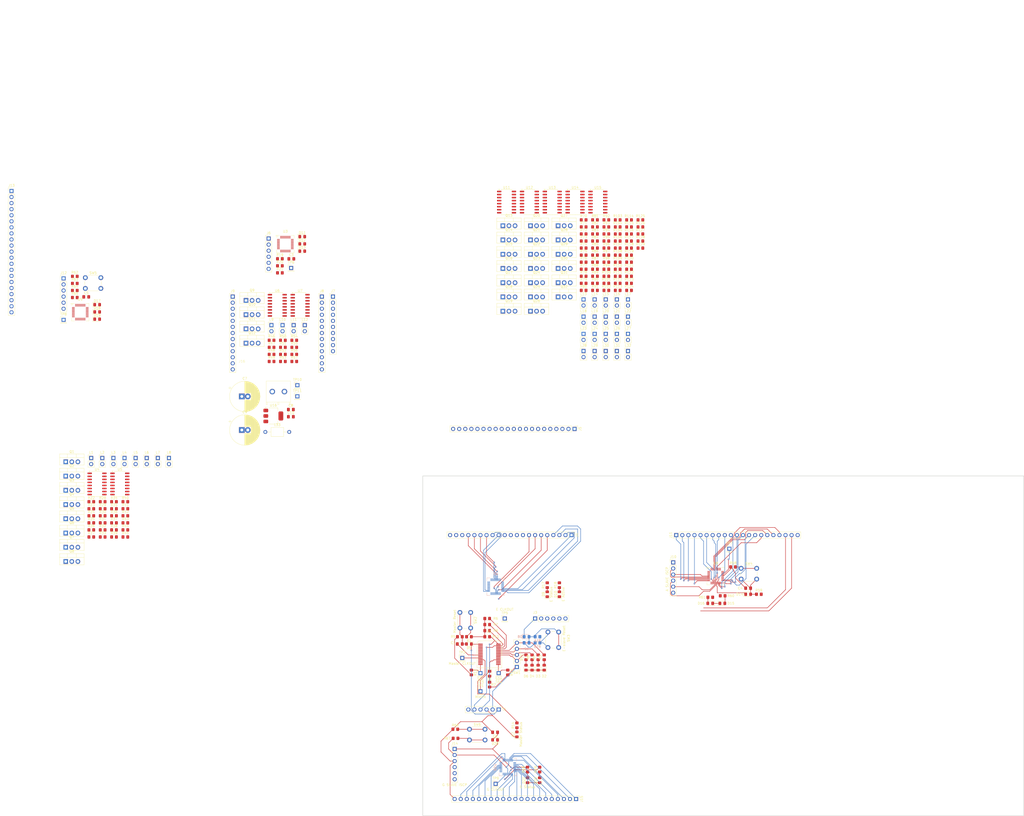
<source format=kicad_pcb>
(kicad_pcb (version 20240108) (generator "pcbnew") (generator_version "8.0")
  (layers (0 "F.Cu" signal) (31 "B.Cu" signal) (34 "B.Paste" user) (35 "F.Paste" user) (36 "B.SilkS" user "B.Silkscreen") (37 "F.SilkS" user "F.Silkscreen") (38 "B.Mask" user) (39 "F.Mask" user) (44 "Edge.Cuts" user))
  (net 0 "")
  (net 1 "Net-(C1-Pad1)")
  (net 2 "GND")
  (net 3 "Net-(C2-Pad1)")
  (net 4 "Net-(C3-Pad1)")
  (net 5 "Net-(C4-Pad1)")
  (net 6 "Net-(C5-Pad1)")
  (net 7 "Net-(C6-Pad1)")
  (net 8 "Net-(D1-A)")
  (net 9 "Net-(D2-A)")
  (net 10 "Earth_GND")
  (net 11 "Net-(D3-A)")
  (net 12 "Net-(D4-A)")
  (net 13 "Net-(U1-RE3{slash}~{MCLR}{slash}Vpp)")
  (net 14 "Net-(D6-A)")
  (net 15 "Net-(D7-A)")
  (net 16 "MSCLR E")
  (net 17 "Net-(D9-A)")
  (net 18 "Net-(D10-A)")
  (net 19 "MSCLR P")
  (net 20 "Net-(D12-A)")
  (net 21 "Net-(D13-A)")
  (net 22 "MSCLR A")
  (net 23 "Net-(D15-A)")
  (net 24 "Net-(D16-A)")
  (net 25 "MSCLR D")
  (net 26 "Net-(D18-A)")
  (net 27 "Net-(D19-A)")
  (net 28 "MSCLR G")
  (net 29 "Net-(D21-A)")
  (net 30 "Net-(D22-A)")
  (net 32 "+5v")
  (net 33 "RB6M")
  (net 34 "RB7M")
  (net 36 "B1")
  (net 37 "C2")
  (net 38 "Net-(D1-K)")
  (net 39 "G0")
  (net 40 "G1")
  (net 41 "RB6 P")
  (net 42 "F2")
  (net 43 "E2")
  (net 44 "A#2")
  (net 45 "A2")
  (net 47 "RB7 P")
  (net 48 "+12v")
  (net 49 "Net-(Q1-C)")
  (net 50 "Net-(Q2-C)")
  (net 51 "Net-(Q3-C)")
  (net 52 "Net-(Q4-C)")
  (net 53 "Net-(Q5-C)")
  (net 54 "Net-(Q6-C)")
  (net 55 "Net-(Q7-C)")
  (net 56 "Net-(Q8-C)")
  (net 57 "Net-(Q9-C)")
  (net 58 "Net-(Q10-C)")
  (net 59 "Net-(Q11-C)")
  (net 60 "Net-(Q12-C)")
  (net 61 "Net-(Q13-C)")
  (net 62 "Net-(Q14-C)")
  (net 63 "Net-(Q15-C)")
  (net 64 "Net-(Q16-C)")
  (net 65 "Net-(Q17-C)")
  (net 66 "Net-(Q18-C)")
  (net 67 "Net-(Q19-C)")
  (net 68 "Net-(Q20-C)")
  (net 69 "Net-(Q21-C)")
  (net 70 "Net-(Q22-C)")
  (net 71 "Net-(Q23-C)")
  (net 72 "Net-(Q24-C)")
  (net 73 "Net-(Q25-C)")
  (net 74 "Net-(Q26-C)")
  (net 75 "Net-(Q27-C)")
  (net 76 "Net-(Q28-C)")
  (net 77 "Net-(Q29-C)")
  (net 78 "Net-(Q30-C)")
  (net 79 "Net-(Q31-C)")
  (net 80 "Net-(Q32-C)")
  (net 81 "Chassis_GND")
  (net 82 "Net-(Q1-B)")
  (net 83 "Net-(Q2-B)")
  (net 84 "Net-(Q3-B)")
  (net 85 "Net-(Q4-B)")
  (net 86 "Net-(Q5-B)")
  (net 87 "Net-(Q6-B)")
  (net 88 "Net-(Q7-B)")
  (net 89 "Net-(Q8-B)")
  (net 90 "Net-(Q9-B)")
  (net 91 "Net-(Q10-B)")
  (net 92 "Net-(Q11-B)")
  (net 93 "Net-(Q12-B)")
  (net 94 "Net-(Q13-B)")
  (net 95 "Net-(Q14-B)")
  (net 96 "Net-(Q15-B)")
  (net 97 "Net-(Q16-B)")
  (net 98 "Net-(Q17-B)")
  (net 99 "Net-(Q18-B)")
  (net 100 "Net-(Q19-B)")
  (net 101 "Net-(Q20-B)")
  (net 102 "Net-(Q21-B)")
  (net 103 "Net-(Q22-B)")
  (net 104 "Net-(Q23-B)")
  (net 105 "Net-(Q24-B)")
  (net 106 "Net-(Q25-B)")
  (net 107 "Net-(Q26-B)")
  (net 108 "Net-(Q27-B)")
  (net 109 "Net-(Q28-B)")
  (net 110 "Net-(Q29-B)")
  (net 111 "Net-(Q30-B)")
  (net 112 "Net-(Q31-B)")
  (net 113 "Net-(Q32-B)")
  (net 114 "Net-(R1-Pad2)")
  (net 115 "8")
  (net 116 "4")
  (net 117 "Net-(U1-P1D{slash}AN11{slash}RB4)")
  (net 118 "Net-(U1-~{T1G}{slash}AN13{slash}RB5)")
  (net 119 "2")
  (net 120 "1")
  (net 121 "I2Cclk")
  (net 122 "I2Cdat")
  (net 123 "Net-(U1-RC0{slash}T1OSO{slash}T1CK1)")
  (net 124 "Net-(R15-Pad2)")
  (net 125 "Net-(U2-RE1{slash}AN6{slash}PSMC3B)")
  (net 126 "Net-(U2-RE2{slash}AN7{slash}PSMC3A)")
  (net 127 "Net-(R22-Pad2)")
  (net 128 "Net-(R23-Pad2)")
  (net 129 "Net-(R24-Pad2)")
  (net 130 "Net-(R25-Pad2)")
  (net 131 "Net-(R26-Pad1)")
  (net 132 "Net-(R27-Pad1)")
  (net 133 "Net-(R28-Pad1)")
  (net 134 "Net-(R29-Pad1)")
  (net 135 "Net-(R30-Pad1)")
  (net 136 "Net-(R31-Pad1)")
  (net 137 "Net-(R32-Pad1)")
  (net 138 "Net-(R33-Pad1)")
  (net 139 "Net-(R34-Pad2)")
  (net 140 "Net-(R35-Pad2)")
  (net 141 "Net-(R36-Pad2)")
  (net 142 "Net-(R37-Pad2)")
  (net 143 "Net-(R38-Pad1)")
  (net 144 "Net-(R39-Pad1)")
  (net 145 "Net-(R40-Pad1)")
  (net 146 "Net-(R41-Pad1)")
  (net 147 "Net-(R42-Pad1)")
  (net 148 "Net-(R43-Pad1)")
  (net 149 "Net-(R44-Pad1)")
  (net 150 "Net-(R45-Pad1)")
  (net 151 "Net-(R46-Pad2)")
  (net 152 "Net-(U3-RA0{slash}AN0{slash}CxIN0-)")
  (net 153 "Net-(U3-RA5{slash}AN4{slash}C2OUT{slash}OPA1IN+)")
  (net 154 "Net-(U8-RE1{slash}AN6{slash}PSMC3B)")
  (net 155 "Net-(U8-RE2{slash}AN7{slash}PSMC3A)")
  (net 156 "Net-(R58-Pad2)")
  (net 157 "Net-(U3-RA1{slash}AN1{slash}CxIN1-{slash}OPA1OUT)")
  (net 158 "Net-(U3-RE2{slash}AN7{slash}PSMC3A)")
  (net 159 "Net-(U3-RA2{slash}AN2{slash}CxIN0+{slash}DAC1OUT1)")
  (net 160 "Net-(R62-Pad2)")
  (net 161 "Net-(U3-RA4{slash}C1OUT{slash}OPA1IN+{slash}T0CKI)")
  (net 162 "Net-(U3-RE1{slash}AN6{slash}PSMC3B)")
  (net 163 "Net-(U3-RA3{slash}AN3{slash}VREF+{slash}C1IN1+)")
  (net 164 "/String Strike Slave/G MUTE")
  (net 165 "/String Strike Slave/A0")
  (net 166 "/String Strike Slave/A MUTE")
  (net 167 "/String Strike Slave/E MUTE")
  (net 168 "/String Strike Slave/D MUTE")
  (net 169 "/String Strike Slave/D0")
  (net 170 "/String Strike Slave/D1")
  (net 171 "/String Strike Slave/E0")
  (net 172 "/String Strike Slave/A1")
  (net 173 "/String Strike Slave/E1")
  (net 174 "G MUTE")
  (net 175 "A MUTE")
  (net 176 "E MUTE")
  (net 177 "D MUTE")
  (net 179 "RB7 A")
  (net 180 "Net-(R82-Pad1)")
  (net 181 "Net-(R83-Pad1)")
  (net 182 "Net-(R84-Pad1)")
  (net 183 "Net-(R85-Pad1)")
  (net 184 "Net-(R86-Pad1)")
  (net 185 "Net-(R87-Pad1)")
  (net 186 "RB6 A")
  (net 187 "Net-(U8-RA0{slash}AN0{slash}CxIN0-)")
  (net 188 "Net-(U8-RD1{slash}CxIN4-{slash}OPA3OUT)")
  (net 189 "Net-(U8-RB4{slash}AN11{slash}C3IN1+)")
  (net 190 "Net-(U8-RB0{slash}AN12{slash}CCP1{slash}C2IN1+)")
  (net 191 "Net-(U8-RA1{slash}AN1{slash}CxIN1-{slash}OPA1OUT)")
  (net 192 "Net-(U8-RB5{slash}AN13{slash}C4IN2-{slash}CCP3)")
  (net 193 "Net-(U8-RB3{slash}AN9{slash}CXNI2-{slash}CCP2)")
  (net 194 "Net-(U8-RA5{slash}AN4{slash}C2OUT{slash}OPA1IN+)")
  (net 195 "Net-(U8-RA4{slash}C1OUT{slash}OPA1IN+{slash}T0CKI)")
  (net 196 "Net-(R98-Pad1)")
  (net 197 "Net-(R99-Pad1)")
  (net 198 "Net-(R100-Pad1)")
  (net 199 "Net-(R101-Pad1)")
  (net 200 "Net-(R102-Pad1)")
  (net 201 "Net-(R103-Pad1)")
  (net 202 "Net-(R104-Pad1)")
  (net 203 "Net-(R105-Pad1)")
  (net 204 "Net-(R106-Pad2)")
  (net 205 "Net-(R107-Pad2)")
  (net 206 "Net-(R108-Pad2)")
  (net 207 "Net-(R109-Pad2)")
  (net 208 "Net-(R110-Pad1)")
  (net 209 "Net-(R111-Pad1)")
  (net 210 "Net-(R112-Pad1)")
  (net 211 "Net-(R113-Pad1)")
  (net 212 "Net-(R114-Pad1)")
  (net 213 "Net-(R115-Pad1)")
  (net 214 "Net-(R116-Pad1)")
  (net 215 "Net-(R117-Pad1)")
  (net 216 "Net-(R118-Pad2)")
  (net 217 "Net-(R119-Pad2)")
  (net 218 "Net-(R120-Pad2)")
  (net 219 "Net-(R121-Pad2)")
  (net 220 "Net-(R124-Pad1)")
  (net 221 "Net-(R125-Pad1)")
  (net 222 "Net-(R126-Pad1)")
  (net 223 "Net-(R127-Pad1)")
  (net 224 "Net-(R128-Pad1)")
  (net 225 "Net-(R129-Pad1)")
  (net 226 "Net-(U1-CLKOUT{slash}OSC2{slash}RA6)")
  (net 227 "Net-(U2-RA6{slash}C2OUT{slash}CLKOUT)")
  (net 228 "Net-(U3-RA6{slash}C2OUT{slash}CLKOUT)")
  (net 229 "Net-(U8-RA6{slash}C2OUT{slash}CLKOUT)")
  (net 241 "G#1")
  (net 242 "D2")
  (net 243 "D#2")
  (net 245 "G#2")
  (net 246 "F#2")
  (net 247 "A1")
  (net 249 "C#2")
  (net 250 "C3")
  (net 251 "A#1")
  (net 252 "F#1")
  (net 253 "F1")
  (net 255 "G2")
  (net 256 "B2")
  (net 258 "E1")
  (net 260 "E0")
  (net 261 "D0")
  (net 264 "A0")
  (net 268 "D1")
  (net 275 "Net-(U8-RA3{slash}AN3{slash}VREF+{slash}C1IN1+)")
  (net 276 "Net-(U8-RB1{slash}AN10{slash}CxIN3-{slash}OPA2OUT)")
  (net 277 "Net-(U8-RB2{slash}AN8{slash}OPA2IN-{slash}DAC3OUT1)")
  (net 278 "Net-(U8-RD5{slash}PSMC3E)")
  (net 279 "Net-(U8-RD2{slash}OPA3IN-{slash}DAC4OUT1)")
  (net 280 "Net-(U8-RD4{slash}PSM3F)")
  (net 281 "Net-(U8-RD0{slash}OPA3IN+)")
  (net 282 "Net-(U8-RA2{slash}AN2{slash}CxIN0+{slash}DAC1OUT1)")
  (net 283 "Net-(U8-RD3{slash}PSMC4A)")
  (net 284 "RB7 D")
  (net 285 "RB6 D")
  (net 288 "RB7 G")
  (net 289 "RB6 G")
  (net 290 "Net-(U16-VO)")
  (net 291 "Net-(U3-RD7{slash}C4OUT{slash}PSMC3C)")
  (net 292 "Net-(U3-RD6{slash}PSMC3D)")
  (net 293 "Net-(R47-Pad2)")
  (net 294 "Net-(R48-Pad2)")
  (net 295 "Net-(R49-Pad2)")
  (net 296 "Net-(R50-Pad1)")
  (net 297 "Net-(R51-Pad1)")
  (net 298 "Net-(R52-Pad1)")
  (net 299 "Net-(R53-Pad1)")
  (net 300 "Net-(R54-Pad1)")
  (net 301 "Net-(R55-Pad1)")
  (net 302 "Net-(R56-Pad1)")
  (net 303 "Net-(R57-Pad1)")
  (net 304 "Net-(U9-RE1{slash}AN6{slash}PSMC3B)")
  (net 305 "Net-(U9-RE2{slash}AN7{slash}PSMC3A)")
  (net 306 "Net-(R66-Pad2)")
  (net 307 "Net-(U10-RE1{slash}AN6{slash}PSMC3B)")
  (net 308 "Net-(U10-RE2{slash}AN7{slash}PSMC3A)")
  (net 309 "Net-(R70-Pad2)")
  (net 310 "Net-(R71-Pad2)")
  (net 311 "Net-(R72-Pad2)")
  (net 312 "Net-(R73-Pad2)")
  (net 313 "Net-(R74-Pad2)")
  (net 314 "Net-(R75-Pad2)")
  (net 315 "Net-(R76-Pad1)")
  (net 316 "Net-(R77-Pad1)")
  (net 317 "Net-(R78-Pad1)")
  (net 318 "Net-(R79-Pad1)")
  (net 319 "Net-(R80-Pad1)")
  (net 320 "Net-(R81-Pad1)")
  (net 321 "Net-(R88-Pad2)")
  (net 322 "Net-(R89-Pad2)")
  (net 323 "Net-(R90-Pad2)")
  (net 324 "Net-(R91-Pad2)")
  (net 325 "Net-(R92-Pad2)")
  (net 326 "Net-(R93-Pad2)")
  (net 327 "Net-(R94-Pad1)")
  (net 328 "Net-(R95-Pad1)")
  (net 329 "Net-(R96-Pad1)")
  (net 330 "Net-(R97-Pad1)")
  (net 331 "Net-(R122-Pad1)")
  (net 332 "Net-(R123-Pad1)")
  (net 333 "Net-(U9-RA6{slash}C2OUT{slash}CLKOUT)")
  (net 334 "Net-(U10-RA6{slash}C2OUT{slash}CLKOUT)")
  (net 349 "Net-(U9-RD5{slash}PSMC3E)")
  (net 351 "Net-(U9-RB1{slash}AN10{slash}CxIN3-{slash}OPA2OUT)")
  (net 352 "Net-(U9-RA3{slash}AN3{slash}VREF+{slash}C1IN1+)")
  (net 353 "Net-(U9-RD1{slash}CxIN4-{slash}OPA3OUT)")
  (net 354 "Net-(U9-RA4{slash}C1OUT{slash}OPA1IN+{slash}T0CKI)")
  (net 358 "Net-(U9-RB5{slash}AN13{slash}C4IN2-{slash}CCP3)")
  (net 359 "Net-(U9-RD0{slash}OPA3IN+)")
  (net 361 "Net-(U9-RD3{slash}PSMC4A)")
  (net 363 "Net-(U9-RA2{slash}AN2{slash}CxIN0+{slash}DAC1OUT1)")
  (net 365 "Net-(U9-RB0{slash}AN12{slash}CCP1{slash}C2IN1+)")
  (net 366 "Net-(U9-RD2{slash}OPA3IN-{slash}DAC4OUT1)")
  (net 367 "Net-(U9-RA5{slash}AN4{slash}C2OUT{slash}OPA1IN+)")
  (net 368 "Net-(U9-RD4{slash}PSM3F)")
  (net 369 "Net-(U9-RB3{slash}AN9{slash}CXNI2-{slash}CCP2)")
  (net 370 "Net-(U9-RA0{slash}AN0{slash}CxIN0-)")
  (net 371 "Net-(U9-RB2{slash}AN8{slash}OPA2IN-{slash}DAC3OUT1)")
  (net 374 "Net-(U9-RA1{slash}AN1{slash}CxIN1-{slash}OPA1OUT)")
  (net 376 "Net-(U9-RB4{slash}AN11{slash}C3IN1+)")
  (net 377 "Net-(U10-RD2{slash}OPA3IN-{slash}DAC4OUT1)")
  (net 378 "Net-(U10-RD4{slash}PSM3F)")
  (net 380 "Net-(U10-RD3{slash}PSMC4A)")
  (net 382 "Net-(U10-RA3{slash}AN3{slash}VREF+{slash}C1IN1+)")
  (net 383 "Net-(U10-RB4{slash}AN11{slash}C3IN1+)")
  (net 384 "Net-(U10-RD5{slash}PSMC3E)")
  (net 386 "Net-(U10-RA0{slash}AN0{slash}CxIN0-)")
  (net 388 "Net-(U10-RA1{slash}AN1{slash}CxIN1-{slash}OPA1OUT)")
  (net 389 "Net-(U10-RA4{slash}C1OUT{slash}OPA1IN+{slash}T0CKI)")
  (net 390 "Net-(U10-RB5{slash}AN13{slash}C4IN2-{slash}CCP3)")
  (net 392 "Net-(U10-RB2{slash}AN8{slash}OPA2IN-{slash}DAC3OUT1)")
  (net 394 "Net-(U10-RD0{slash}OPA3IN+)")
  (net 395 "Net-(U10-RB0{slash}AN12{slash}CCP1{slash}C2IN1+)")
  (net 396 "Net-(U10-RD1{slash}CxIN4-{slash}OPA3OUT)")
  (net 397 "Net-(U10-RA2{slash}AN2{slash}CxIN0+{slash}DAC1OUT1)")
  (net 399 "Net-(U10-RB3{slash}AN9{slash}CXNI2-{slash}CCP2)")
  (net 400 "Net-(U10-RA5{slash}AN4{slash}C2OUT{slash}OPA1IN+)")
  (net 403 "Net-(U10-RB1{slash}AN10{slash}CxIN3-{slash}OPA2OUT)")
  (footprint "Connector_PinHeader_2.54mm:PinHeader_1x01_P2.54mm_Vertical" (layer "F.Cu") (at 33.88 52.39)
    (property "Reference" "TP11")
    (property "Value" "5v")
  )
  (footprint "Package_TO_SOT_THT:TO-220-3_Vertical" (layer "F.Cu") (at 12.39 24.16)
    (property "Reference" "Q11")
    (property "Value" "STN851-A")
  )
  (footprint "Resistor_SMD:R_0805_2012Metric_Pad1.20x1.40mm_HandSolder" (layer "F.Cu") (at 99.965 191.77)
    (property "Reference" "R66")
    (property "Value" "10Ω")
  )
  (footprint "Diode_SMD:D_0805_2012Metric_Pad1.15x1.40mm_HandSolder" (layer "F.Cu") (at 132.0825 165.9825 90)
    (property "Reference" "D4")
    (property "Value" "2")
  )
  (footprint "Resistor_SMD:R_0805_2012Metric_Pad1.20x1.40mm_HandSolder" (layer "F.Cu") (at 23.08 31.89)
    (property "Reference" "R47")
    (property "Value" "4.7kΩ")
  )
  (footprint "Resistor_SMD:R_0805_2012Metric_Pad1.20x1.40mm_HandSolder" (layer "F.Cu") (at 163.16 5.08)
    (property "Reference" "R101")
    (property "Value" "1kΩ")
  )
  (footprint "Connector_PinHeader_2.54mm:PinHeader_1x01_P2.54mm_Vertical" (layer "F.Cu") (at 118.1125 168.2775)
    (property "Reference" "TP4")
    (property "Value" "SDA")
  )
  (footprint "Capacitor_THT:CP_Radial_D12.5mm_P2.50mm" (layer "F.Cu") (at 10.632082 52.44)
    (property "Reference" "C7")
    (property "Value" "100uF")
  )
  (footprint "Diode_SMD:D_0805_2012Metric_Pad1.15x1.40mm_HandSolder" (layer "F.Cu") (at 105.6575 156.0855 180)
    (property "Reference" "D5")
    (property "Value" "4148")
  )
  (footprint "Resistor_SMD:R_0805_2012Metric_Pad1.20x1.40mm_HandSolder" (layer "F.Cu") (at 138.43 131.47 90)
    (property "Reference" "R17")
    (property "Value" "330Ω")
  )
  (footprint "Resistor_SMD:R_0805_2012Metric_Pad1.20x1.40mm_HandSolder" (layer "F.Cu") (at 172.66 -6.72)
    (property "Reference" "R119")
    (property "Value" "4.7kΩ")
  )
  (footprint "Resistor_SMD:R_0805_2012Metric_Pad1.20x1.40mm_HandSolder" (layer "F.Cu") (at -38.09 102.42)
    (property "Reference" "R42")
    (property "Value" "1kΩ")
  )
  (footprint "Resistor_SMD:R_0805_2012Metric_Pad1.20x1.40mm_HandSolder" (layer "F.Cu") (at 153.66 -3.77)
    (property "Reference" "R76")
    (property "Value" "1kΩ")
  )
  (footprint "Resistor_SMD:R_0805_2012Metric_Pad1.20x1.40mm_HandSolder" (layer "F.Cu") (at 163.16 -21.47)
    (property "Reference" "R92")
    (property "Value" "4.7kΩ")
  )
  (footprint "Resistor_SMD:R_0805_2012Metric_Pad1.20x1.40mm_HandSolder" (layer "F.Cu") (at -42.84 111.27)
    (property "Reference" "R39")
    (property "Value" "1kΩ")
  )
  (footprint "Connector_PinHeader_2.54mm:PinHeader_1x01_P2.54mm_Vertical" (layer "F.Cu") (at 33.88 47.74)
    (property "Reference" "TP10")
    (property "Value" "P-IN")
  )
  (footprint "Connector_PinHeader_2.54mm:PinHeader_1x05_P2.54mm_Vertical" (layer "F.Cu") (at 125.7325 165.7325 180)
    (property "Reference" "SW1")
    (property "Value" "~")
  )
  (footprint "Connector_PinHeader_2.54mm:PinHeader_1x02_P2.54mm_Vertical" (layer "F.Cu") (at 153.61 26.23)
    (property "Reference" "L23")
    (property "Value" "Solenoid")
  )
  (footprint "Resistor_SMD:R_0805_2012Metric_Pad1.20x1.40mm_HandSolder" (layer "F.Cu") (at 158.41 5.08)
    (property "Reference" "R90")
    (property "Value" "4.7kΩ")
  )
  (footprint "Resistor_SMD:R_0805_2012Metric_Pad1.20x1.40mm_HandSolder" (layer "F.Cu") (at 32.58 37.79)
    (property "Reference" "R57")
    (property "Value" "1kΩ")
  )
  (footprint "Resistor_SMD:R_0805_2012Metric_Pad1.20x1.40mm_HandSolder" (layer "F.Cu") (at 211.82 135.89 180)
    (property "Reference" "R60")
    (property "Value" "330Ω")
  )
  (footprint "Package_TO_SOT_THT:TO-220-3_Vertical" (layer "F.Cu") (at 119.87 -7.1)
    (property "Reference" "Q15")
    (property "Value" "STN851-A")
  )
  (footprint "Resistor_SMD:R_0805_2012Metric_Pad1.20x1.40mm_HandSolder" (layer "F.Cu") (at 106.6825 168.0075 -90)
    (property "Reference" "R12")
    (property "Value" "2.2kΩ")
  )
  (footprint "Capacitor_THT:CP_Radial_D12.5mm_P2.50mm" (layer "F.Cu") (at 10.632082 66.49)
    (property "Reference" "C9")
    (property "Value" "100uF")
  )
  (footprint "Connector_PinHeader_2.54mm:PinHeader_1x01_P2.54mm_Vertical" (layer "F.Cu") (at 214.63 116.205)
    (property "Reference" "TP7")
    (property "Value" "A CLKOUT")
  )
  (footprint "Package_TO_SOT_THT:TO-220-3_Vertical" (layer "F.Cu") (at 12.39 12.24)
    (property "Reference" "Q9")
    (property "Value" "STN851-A")
  )
  (footprint "Package_TO_SOT_THT:TO-220-3_Vertical" (layer "F.Cu") (at 131.42 16.74)
    (property "Reference" "Q26")
    (property "Value" "STN851-A")
  )
  (footprint "Connector_PinHeader_2.54mm:PinHeader_1x02_P2.54mm_Vertical" (layer "F.Cu") (at 23.03 22.59)
    (property "Reference" "L9")
    (property "Value" "Solenoid")
  )
  (footprint "Connector_PinHeader_2.54mm:PinHeader_1x02_P2.54mm_Vertical" (layer "F.Cu") (at 172.21 19.03)
    (property "Reference" "L22")
    (property "Value" "Solenoid")
  )
  (footprint "Resistor_SMD:R_0805_2012Metric_Pad1.20x1.40mm_HandSolder" (layer "F.Cu") (at 132.0825 161.6575 90)
    (property "Reference" "R8")
    (property "Value" "330Ω")
  )
  (footprint "Resistor_SMD:R_0805_2012Metric_Pad1.20x1.40mm_HandSolder" (layer "F.Cu") (at 167.91 -0.82)
    (property "Reference" "R110")
    (property "Value" "1kΩ")
  )
  (footprint "Resistor_SMD:R_0805_2012Metric_Pad1.20x1.40mm_HandSolder" (layer "F.Cu") (at 32.58 28.94)
    (property "Reference" "R54")
    (property "Value" "1kΩ")
  )
  (footprint "Resistor_SMD:R_0805_2012Metric_Pad1.20x1.40mm_HandSolder" (layer "F.Cu") (at -47.59 96.52)
    (property "Reference" "R28")
    (property "Value" "1kΩ")
  )
  (footprint "Resistor_SMD:R_0805_2012Metric_Pad1.20x1.40mm_HandSolder" (layer "F.Cu") (at 158.41 -21.47)
    (property "Reference" "R81")
    (property "Value" "1kΩ")
  )
  (footprint "Connector_PinHeader_2.54mm:PinHeader_1x02_P2.54mm_Vertical" (layer "F.Cu") (at 27.68 22.59)
    (property "Reference" "L10")
    (property "Value" "Solenoid")
  )
  (footprint "Resistor_SMD:R_0805_2012Metric_Pad1.20x1.40mm_HandSolder" (layer "F.Cu") (at 163.16 2.13)
    (property "Reference" "R100")
    (property "Value" "1kΩ")
  )
  (footprint "Resistor_SMD:R_0805_2012Metric_Pad1.20x1.40mm_HandSolder" (layer "F.Cu") (at -42.84 108.32)
    (property "Reference" "R38")
    (property "Value" "1kΩ")
  )
  (footprint "Diode_SMD:D_0805_2012Metric_Pad1.15x1.40mm_HandSolder" (layer "F.Cu") (at 137.1625 165.9825 90)
    (property "Reference" "D2")
    (property "Value" "8")
  )
  (footprint "Package_TO_SOT_THT:TO-220-3_Vertical" (layer "F.Cu") (at 142.97 -19.02)
    (property "Reference" "Q27")
    (property "Value" "STN851-A")
  )
  (footprint "Diode_SMD:D_0805_2012Metric_Pad1.15x1.40mm_HandSolder" (layer "F.Cu") (at 35.925 -11.43)
    (property "Reference" "D12")
    (property "Value" "Pluck Status")
  )
  (footprint "Resistor_SMD:R_0805_2012Metric_Pad1.20x1.40mm_HandSolder" (layer "F.Cu") (at 27.83 31.89)
    (property "Reference" "R51")
    (property "Value" "1kΩ")
  )
  (footprint "Resistor_SMD:R_0805_2012Metric_Pad1.20x1.40mm_HandSolder" (layer "F.Cu") (at -59.24 5.12)
    (property "Reference" "R63")
    (property "Value" "10kΩ")
  )
  (footprint "Resistor_SMD:R_0805_2012Metric_Pad1.20x1.40mm_HandSolder" (layer "F.Cu") (at 167.91 5.08)
    (property "Reference" "R112")
    (property "Value" "1kΩ")
  )
  (footprint "Resistor_SMD:R_0805_2012Metric_Pad1.20x1.40mm_HandSolder" (layer "F.Cu") (at -52.34 108.32)
    (property "Reference" "R26")
    (property "Value" "1kΩ")
  )
  (footprint "Resistor_SMD:R_0805_2012Metric_Pad1.20x1.40mm_HandSolder" (layer "F.Cu") (at 167.91 2.13)
    (property "Reference" "R111")
    (property "Value" "1kΩ")
  )
  (footprint "Connector_PinHeader_2.54mm:PinHeader_1x01_P2.54mm_Vertical" (layer "F.Cu") (at 110.4925 168.2775)
    (property "Reference" "TP3")
    (property "Value" "SCL")
  )
  (footprint "Resistor_SMD:R_0805_2012Metric_Pad1.20x1.40mm_HandSolder" (layer "F.Cu") (at 163.16 -9.67)
    (property "Reference" "R96")
    (property "Value" "1kΩ")
  )
  (footprint "Resistor_SMD:R_0805_2012Metric_Pad1.20x1.40mm_HandSolder" (layer "F.Cu") (at 113.3025 147.9575)
    (property "Reference" "R7")
    (property "Value" "10kΩ")
  )
  (footprint "Connector_PinHeader_2.54mm:PinHeader_1x02_P2.54mm_Vertical" (layer "F.Cu") (at 36.98 22.59)
    (property "Reference" "L12")
    (property "Value" "Solenoid")
  )
  (footprint "Diode_SMD:D_0805_2012Metric_Pad1.15x1.40mm_HandSolder" (layer "F.Cu") (at 129.5425 165.9825 90)
    (property "Reference" "D6")
    (property "Value" "1")
  )
  (footprint "Package_TO_SOT_THT:TO-220-3_Vertical" (layer "F.Cu") (at -63.03 97.7)
    (property "Reference" "Q4")
    (property "Value" "STN851-A")
  )
  (footprint "Connector_PinHeader_2.54mm:PinHeader_1x02_P2.54mm_Vertical" (layer "F.Cu") (at 167.56 11.83)
    (property "Reference" "L16")
    (property "Value" "Solenoid")
  )
  (footprint "Resistor_SMD:R_0805_2012Metric_Pad1.20x1.40mm_HandSolder" (layer "F.Cu") (at 158.41 -15.57)
    (property "Reference" "R83")
    (property "Value" "1kΩ")
  )
  (footprint "Diode_SMD:D_0805_2012Metric_Pad1.15x1.40mm_HandSolder" (layer "F.Cu") (at 35.925 -14.47)
    (property "Reference" "D11")
    (property "Value" "4148")
  )
  (footprint "Connector_PinHeader_2.54mm:PinHeader_1x02_P2.54mm_Vertical" (layer "F.Cu") (at 158.26 26.23)
    (property "Reference" "L24")
    (property "Value" "Solenoid")
  )
  (footprint "Package_TO_SOT_THT:TO-220-3_Vertical" (layer "F.Cu") (at -63.03 85.78)
    (property "Reference" "Q2")
    (property "Value" "STN851-A")
  )
  (footprint "Resistor_SMD:R_0805_2012Metric_Pad1.20x1.40mm_HandSolder" (layer "F.Cu") (at 23.08 37.79)
    (property "Reference" "R49")
    (property "Value" "4.7kΩ")
  )
  (footprint "Resistor_SMD:R_0805_2012Metric_Pad1.20x1.40mm_HandSolder" (layer "F.Cu") (at -38.09 96.52)
    (property "Reference" "R40")
    (property "Value" "1kΩ")
  )
  (footprint "Resistor_SMD:R_0805_2012Metric_Pad1.20x1.40mm_HandSolder" (layer "F.Cu") (at -52.34 96.52)
    (property "Reference" "R22")
    (property "Value" "4.7kΩ")
  )
  (footprint "Resistor_SMD:R_0805_2012Metric_Pad1.20x1.40mm_HandSolder" (layer "F.Cu") (at 23.08 34.84)
    (property "Reference" "R48")
    (property "Value" "4.7kΩ")
  )
  (footprint "Resistor_SMD:R_0805_2012Metric_Pad1.20x1.40mm_HandSolder" (layer "F.Cu") (at -47.59 105.37)
    (property "Reference" "R31")
    (property "Value" "1kΩ")
  )
  (footprint "Resistor_SMD:R_0805_2012Metric_Pad1.20x1.40mm_HandSolder" (layer "F.Cu") (at -42.84 99.47)
    (property "Reference" "R35")
    (property "Value" "4.7kΩ")
  )
  (footprint "Diode_SMD:D_0805_2012Metric_Pad1.15x1.40mm_HandSolder" (layer "F.Cu") (at 138.43 135.255 90)
    (property "Reference" "D9")
    (property "Value" "E Status")
  )
  (footprint "Package_TO_SOT_THT:TO-220-3_Vertical" (layer "F.Cu") (at -63.03 121.54)
    (property "Reference" "Q8")
    (property "Value" "STN851-A")
  )
  (footprint "OF footprints:TQFN-44_7x7_Pitch0.4mm" (layer "F.Cu") (at 208.915 127.635)
    (property "Reference" "U8")
    (property "Value" "PIC16F1789")
  )
  (footprint "Resistor_SMD:R_0805_2012Metric_Pad1.20x1.40mm_HandSolder" (layer "F.Cu") (at 167.91 -3.77)
    (property "Reference" "R109")
    (property "Value" "4.7kΩ")
  )
  (footprint "Connector_PinHeader_2.54mm:PinHeader_1x02_P2.54mm_Vertical" (layer "F.Cu") (at 167.56 26.23)
    (property "Reference" "L26")
    (property "Value" "Solenoid")
  )
  (footprint "Capacitor_SMD:C_0805_2012Metric_Pad1.18x1.45mm_HandSolder" (layer "F.Cu") (at -54.46 10.75)
    (property "Reference" "C5")
    (property "Value" "10uF")
  )
  (footprint "Resistor_SMD:R_0805_2012Metric_Pad1.20x1.40mm_HandSolder" (layer "F.Cu") (at 167.91 8.03)
    (property "Reference" "R113")
    (property "Value" "1kΩ")
  )
  (footprint "Diode_SMD:D_0805_2012Metric_Pad1.15x1.40mm_HandSolder" (layer "F.Cu") (at 125.7325 193.9225 90)
    (property "Reference" "D7")
    (property "Value" "Master Status")
  )
  (footprint "Connector_PinHeader_2.54mm:PinHeader_1x02_P2.54mm_Vertical" (layer "F.Cu") (at 172.21 33.43)
    (property "Reference" "L32")
    (property "Value" "Solenoid")
  )
  (footprint "Connector_PinHeader_2.54mm:PinHeader_1x02_P2.54mm_Vertical" (layer "F.Cu") (at -47.74 78.22)
    (property "Reference" "L2")
    (property "Value" "Solenoid")
  )
  (footprint "Connector_PinHeader_2.54mm:PinHeader_1x06_P2.54mm_Vertical" (layer "F.Cu") (at -63.94 3.02)
    (property "Reference" "J12")
    (property "Value" "D SLAVE ISCP")
  )
  (footprint "Resistor_SMD:R_0805_2012Metric_Pad1.20x1.40mm_HandSolder" (layer "F.Cu") (at 163.16 8.03)
    (property "Reference" "R102")
    (property "Value" "1kΩ")
  )
  (footprint "Resistor_SMD:R_0805_2012Metric_Pad1.20x1.40mm_HandSolder" (layer "F.Cu") (at 121.9225 168.0075 -90)
    (property "Reference" "R13")
    (property "Value" "2.2kΩ")
  )
  (footprint "Resistor_SMD:R_0805_2012Metric_Pad1.20x1.40mm_HandSolder" (layer "F.Cu") (at 163.16 -12.62)
    (property "Reference" "R95")
    (property "Value" "1kΩ")
  )
  (footprint "Package_TO_SOT_THT:TO-220-3_Vertical" (layer "F.Cu") (at 131.42 -1.14)
    (property "Reference" "Q23")
    (property "Value" "STN851-A")
  )
  (footprint "Resistor_SMD:R_0805_2012Metric_Pad1.20x1.40mm_HandSolder" (layer "F.Cu") (at 158.41 2.13)
    (property "Reference" "R89")
    (property "Value" "4.7kΩ")
  )
  (footprint "Connector_PinHeader_2.54mm:PinHeader_1x21_P2.54mm_Vertical" (layer "F.Cu") (at -85.725 -33.585)
    (property "Reference" "J13")
    (property "Value" "D Slave OUT")
  )
  (footprint "OF footprints:TQFN-44_7x7_Pitch0.4mm" (layer "F.Cu") (at 28.85 -11.335)
    (property "Reference" "U3")
    (property "Value" "PIC16F1789")
  )
  (footprint "Connector_PinHeader_2.54mm:PinHeader_1x06_P2.54mm_Vertical" (layer "F.Cu") (at 118.1125 183.5175 -90)
    (property "Reference" "J2")
    (property "Value" "Master ISCP")
  )
  (footprint "Connector_PinHeader_2.54mm:PinHeader_1x02_P2.54mm_Vertical" (layer "F.Cu") (at 153.61 11.83)
    (property "Reference" "L13")
    (property "Value" "Solenoid")
  )
  (footprint "Resistor_SMD:R_0805_2012Metric_Pad1.20x1.40mm_HandSolder" (layer "F.Cu") (at 113.3025 153.0375)
    (property "Reference" "R10")
    (property "Value" "10kΩ")
  )
  (footprint "Connector_PinHeader_2.54mm:PinHeader_1x10_P2.54mm_Vertical" (layer "F.Cu") (at 48.78 10.64)
    (property "Reference" "J7")
    (property "Value" "Pick Unit")
  )
  (footprint "Resistor_SMD:R_0805_2012Metric_Pad1.20x1.40mm_HandSolder" (layer "F.Cu") (at -59.24 8.07)
    (property "Reference" "R64")
    (property "Value" "330Ω")
  )
  (footprint "Resistor_SMD:R_0805_2012Metric_Pad1.20x1.40mm_HandSolder" (layer "F.Cu") (at 32.58 31.89)
    (property "Reference" "R55")
    (property "Value" "1kΩ")
  )
  (footprint "Resistor_SMD:R_0805_2012Metric_Pad1.20x1.40mm_HandSolder" (layer "F.Cu") (at 163.16 -18.52)
    (property "Reference" "R93")
    (property "Value" "4.7kΩ")
  )
  (footprint "Resistor_SMD:R_0805_2012Metric_Pad1.20x1.40mm_HandSolder" (layer "F.Cu") (at 167.91 -18.52)
    (property "Reference" "R104")
    (property "Value" "1kΩ")
  )
  (footprint "OF footprints:SSOP-28" (layer "F.Cu") (at 114.2425 160.3925 -90)
    (property "Reference" "U1")
    (property "Value" "PIC16F1788")
  )
  (footprint "Connector_PinHeader_2.54mm:PinHeader_1x02_P2.54mm_Vertical" (layer "F.Cu") (at -52.39 78.22)
    (property "Reference" "L1")
    (property "Value" "Solenoid")
  )
  (footprint "Resistor_SMD:R_0805_2012Metric_Pad1.20x1.40mm_HandSolder" (layer "F.Cu") (at 153.66 5.08)
    (property "Reference" "R79")
    (property "Value" "1kΩ")
  )
  (footprint "Resistor_SMD:R_0805_2012Metric_Pad1.20x1.40mm_HandSolder" (layer "F.Cu") (at 158.41 -3.77)
    (property "Reference" "R87")
    (property "Value" "1kΩ")
  )
  (footprint "Resistor_SMD:R_0805_2012Metric_Pad1.20x1.40mm_HandSolder" (layer "F.Cu") (at 100.06 195.58 180)
    (property "Reference" "R67")
    (property "Value" "10kΩ")
  )
  (footprint "Resistor_SMD:R_0805_2012Metric_Pad1.20x1.40mm_HandSolder" (layer "F.Cu") (at 177.41 -21.47)
    (property "Reference" "R125")
    (property "Value" "1kΩ")
  )
  (footprint "Resistor_SMD:R_0805_2012Metric_Pad1.20x1.40mm_HandSolder" (layer "F.Cu") (at 134.6225 161.6575 90)
    (property "Reference" "R4")
    (property "Value" "330Ω")
  )
  (footprint "Button_Switch_THT:SW_PUSH_6mm_H5mm" (layer "F.Cu") (at 106.3925 142.8775 -90)
    (property "Reference" "SW2")
    (property "Value" "Master Reset")
  )
  (footprint "Package_SO:SOP-16_4.4x10.4mm_P1.27mm" (layer "F.Cu") (at -49.94 89.07)
    (property "Reference" "U4")
    (property "Value" "LTV-247")
  )
  (footprint "Connector_PinHeader_2.54mm:PinHeader_1x02_P2.54mm_Vertical" (layer "F.Cu") (at 167.56 33.43)
    (property "Reference" "L31")
    (property "Value" "Solenoid")
  )
  (footprint "Resistor_SMD:R_0805_2012Metric_Pad1.20x1.40mm_HandSolder" (layer "F.Cu") (at -52.34 99.47)
    (property "Reference" "R23")
    (property "Value" "4.7kΩ")
  )
  (footprint "Resistor_SMD:R_0805_2012Metric_Pad1.20x1.40mm_HandSolder" (layer "F.Cu") (at 167.91 -15.57)
    (property "Reference" "R105")
    (property "Value" "1kΩ")
  )
  (footprint "Resistor_SMD:R_0805_2012Metric_Pad1.20x1.40mm_HandSolder" (layer "F.Cu") (at 113.3025 145.4175)
    (property "Reference" "R6")
    (property "Value" "10kΩ")
  )
  (footprint "Resistor_SMD:R_0805_2012Metric_Pad1.20x1.40mm_HandSolder" (layer "F.Cu") (at -52.34 105.37)
    (property "Reference" "R25")
    (property "Value" "4.7kΩ")
  )
  (footprint "Resistor_SMD:R_0805_2012Metric_Pad1.20x1.40mm_HandSolder" (layer "F.Cu") (at -52.34 102.42)
    (property "Reference" "R24")
    (property "Value" "4.7kΩ")
  )
  (footprint "Package_TO_SOT_THT:TO-220-3_Vertical" (layer "F.Cu") (at 131.42 10.78)
    (property "Reference" "Q25")
    (property "Value" "STN851-A")
  )
  (footprint "OF footprints:Two_Pin_Screw_Terminal" (layer "F.Cu") (at 25.932 50.41)
    (property "Reference" "J16")
    (property "Value" "Power In")
  )
  (footprint "Capacitor_SMD:C_0805_2012Metric_Pad1.18x1.45mm_HandSolder" (layer "F.Cu") (at 31.35 -5.175)
    (property "Reference" "C3")
    (property "Value" "10uF")
  )
  (footprint "Resistor_SMD:R_0805_2012Metric_Pad1.20x1.40mm_HandSolder" (layer "F.Cu") (at -47.59 108.32)
    (property "Reference" "R32")
    (property "Value" "1kΩ")
  )
  (footprint "Connector_PinHeader_2.54mm:PinHeader_1x06_P2.54mm_Vertical" (layer "F.Cu") (at 133.3525 145.4175 90)
    (property "Reference" "J3")
    (property "Value" "E SLAVE ISCP")
  )
  (footprint "Package_TO_SOT_THT:TO-220-3_Vertical" (layer "F.Cu") (at 131.42 -13.06)
    (property "Reference" "Q21")
    (property "Value" "STN851-A")
  )
  (footprint "Package_TO_SOT_THT:TO-220-3_Vertical" (layer "F.Cu") (at 131.42 -7.1)
    (property "Reference" "Q22")
    (property "Value" "STN851-A")
  )
  (footprint "Package_TO_SOT_THT:TO-220-3_Vertical" (layer "F.Cu") (at 119.87 -19.02)
    (property "Reference" "Q13")
    (property "Value" "STN851-A")
  )
  (footprint "Resistor_SMD:R_0805_2012Metric_Pad1.20x1.40mm_HandSolder" (layer "F.Cu") (at 32.58 34.84)
    (property "Reference" "R56")
    (property "Value" "1kΩ")
  )
  (footprint "Resistor_SMD:R_0805_2012Metric_Pad1.20x1.40mm_HandSolder" (layer "F.Cu") (at 158.41 -18.52)
    (property "Reference" "R82")
    (property "Value" "1kΩ")
  )
  (footprint "Resistor_SMD:R_0805_2012Metric_Pad1.20x1.40mm_HandSolder" (layer "F.Cu") (at 153.66 8.03)
    (property "Reference" "R80")
    (property "Value" "1kΩ")
  )
  (footprint "Resistor_SMD:R_0805_2012Metric_Pad1.20x1.40mm_HandSolder" (layer "F.Cu") (at 135.255 208.645 90)
    (property "Reference" "R69")
    (property "Value" "330Ω")
  )
  (footprint "Package_SO:SOP-16_4.4x10.4mm_P1.27mm" (layer "F.Cu") (at 121.41 -28.92)
    (property "Reference" "U11")
    (property "Value" "LTV-247")
  )
  (footprint "Button_Switch_THT:SW_PUSH_6mm_H5mm" (layer "F.Cu") (at 138.7225 157.5575 90)
    (property "Reference" "SW3")
    (property "Value" "E-slave Reset")
  )
  (footprint "Connector_PinHeader_2.54mm:PinHeader_1x01_P2.54mm_Vertical" (layer "F.Cu") (at 102.8725 161.9275)
    (property "Reference" "TP2")
    (property "Value" "Master CLKOUT")
  )
  (footprint "Resistor_SMD:R_0805_2012Metric_Pad1.20x1.40mm_HandSolder" (layer "F.Cu") (at 167.91 -6.72)
    (property "Reference" "R108")
    (property "Value" "4.7kΩ")
  )
  (footprint "Resistor_SMD:R_0805_2012Metric_Pad1.20x1.40mm_HandSolder" (layer "F.Cu") (at -38.09 99.47)
    (property "Reference" "R41")
    (property "Value" "1kΩ")
  )
  (footprint "Resistor_SMD:R_0805_2012Metric_Pad1.20x1.40mm_HandSolder" (layer "F.Cu") (at 167.91 -12.62)
    (property "Reference" "R106")
    (property "Value" "4.7kΩ")
  )
  (footprint "Connector_PinHeader_2.54mm:PinHeader_1x01_P2.54mm_Vertical" (layer "F.Cu") (at -63.94 20.37)
    (property "Reference" "TP8")
    (property "Value" "D CLKOUT")
  )
  (footprint "Connector_PinHeader_2.54mm:PinHeader_1x02_P2.54mm_Vertical" (layer "F.Cu") (at 172.21 11.83)
    (property "Reference" "L17")
    (property "Value" "Solenoid")
  )
  (footprint "Resistor_SMD:R_0805_2012Metric_Pad1.20x1.40mm_HandSolder" (layer "F.Cu") (at 172.66 2.13)
    (property "Reference" "R122")
    (property "Value" "1kΩ")
  )
  (footprint "Connector_PinHeader_2.54mm:PinHeader_1x02_P2.54mm_Vertical" (layer "F.Cu") (at 172.21 26.23)
    (property "Reference" "L27")
    (property "Value" "Solenoid")
  )
  (footprint "Capacitor_SMD:C_0805_2012Metric_Pad1.18x1.45mm_HandSolder" (layer "F.Cu") (at 222.4825 132.715 180)
    (property "Reference" "C4")
    (property "Value" "10uF")
  )
  (footprint "Package_TO_SOT_THT:TO-220-3_Vertical" (layer "F.Cu") (at -63.03 115.58)
    (property "Reference" "Q7")
    (property "Value" "STN851-A")
  )
  (footprint "Resistor_SMD:R_0805_2012Metric_Pad1.20x1.40mm_HandSolder" (layer "F.Cu") (at 27.83 34.84)
    (property "Reference" "R52")
    (property "Value" "1kΩ")
  )
  (footprint "Resistor_SMD:R_0805_2012Metric_Pad1.20x1.40mm_HandSolder" (layer "F.Cu") (at -42.84 96.52)
    (property "Reference" "R34")
    (property "Value" "4.7kΩ")
  )
  (footprint "Resistor_SMD:R_0805_2012Metric_Pad1.20x1.40mm_HandSolder" (layer "F.Cu") (at 27.83 37.79)
    (property "Reference" "R53")
    (property "Value" "1kΩ")
  )
  (footprint "Capacitor_SMD:C_0805_2012Metric_Pad1.18x1.45mm_HandSolder" (layer "F.Cu") (at 101.835 156.0855 180)
    (property "Reference" "C1")
    (property "Value" "10uF")
  )
  (footprint "Connector_PinHeader_2.54mm:PinHeader_1x02_P2.54mm_Vertical" (layer "F.Cu") (at -29.14 78.22)
    (property "Reference" "L6")
    (property "Value" "Solenoid")
  )
  (footprint "Resistor_SMD:R_0805_2012Metric_Pad1.20x1.40mm_HandSolder" (layer "F.Cu") (at 158.41 -6.72)
    (property "Reference" "R86")
    (property "Value" "1kΩ")
  )
  (footprint "Connector_PinHeader_2.54mm:PinHeader_1x02_P2.54mm_Vertical" (layer "F.Cu") (at 158.26 33.43)
    (property "Reference" "L29")
    (property "Value" "Solenoid")
  )
  (footprint "Package_TO_SOT_THT:TO-220-3_Vertical" (layer "F.Cu") (at -63.03 109.62)
    (property "Reference" "Q6")
    (property "Value" "STN851-A")
  )
  (footprint "Package_TO_SOT_THT:TO-220-3_Vertical" (layer "F.Cu") (at 131.42 4.82)
    (property "Reference" "Q24")
    (property "Value" "STN851-A")
  )
  (footprint "Diode_SMD:D_0805_2012Metric_Pad1.15x1.40mm_HandSolder" (layer "F.Cu") (at -49.885 14.015)
    (property "Reference" "D17")
    (property "Value" "4148")
  )
  (footprint "Connector_PinHeader_2.54mm:PinHeader_1x21_P2.54mm_Vertical" (layer "F.Cu") (at 149.86 66.04 -90)
    (property "Reference" "J5")
    (property "Value" "Solenoid In")
  )
  (footprint "Package_TO_SOT_THT:TO-220-3_Vertical" (layer "F.Cu") (at -63.03 79.82)
    (property "Reference" "Q1")
    (property "Value" "STN851-A")
  )
  (footprint "Package_TO_SOT_THT:TO-220-3_Vertical" (layer "F.Cu") (at 142.97 10.78)
    (property "Reference" "Q32")
    (property "Value" "STN851-A")
  )
  (footprint "Resistor_SMD:R_0805_2012Metric_Pad1.20x1.40mm_HandSolder" (layer "F.Cu") (at 153.66 -18.52)
    (property "Reference" "R71")
    (property "Value" "4.7kΩ")
  )
  (footprint "Resistor_SMD:R_0805_2012Metric_Pad1.20x1.40mm_HandSolder" (layer "F.Cu") (at 172.66 -3.77)
    (property "Reference" "R120")
    (property "Value" "4.7kΩ")
  )
  (footprint "Resistor_SMD:R_0805_2012Metric_Pad1.20x1.40mm_HandSolder" (layer "F.Cu") (at 163.16 -3.77)
    (property "Reference" "R98")
    (property "Value" "1kΩ")
  )
  (footprint "Connector_PinHeader_2.54mm:PinHeader_1x02_P2.54mm_Vertical" (layer "F.Cu") (at -24.49 78.22)
    (property "Reference" "L7")
    (property "Value" "Solenoid")
  )
  (footprint "Package_SO:SOP-16_4.4x10.4mm_P1.27mm" (layer "F.Cu") (at 140.51 -28.92)
    (property "Reference" "U13")
    (property "Value" "LTV-247")
  )
  (footprint "Resistor_SMD:R_0805_2012Metric_Pad1.20x1.40mm_HandSolder" (layer "F.Cu") (at -47.59 111.27)
    (property "Reference" "R33")
    (property "Value" "1kΩ")
  )
  (footprint "Resistor_SMD:R_0805_2012Metric_Pad1.20x1.40mm_HandSolder" (layer "F.Cu") (at -42.84 102.42)
    (property "Reference" "R36")
    (property "Value" "4.7kΩ")
  )
  (footprint "Resistor_SMD:R_0805_2012Metric_Pad1.20x1.40mm_HandSolder" (layer "F.Cu") (at -59.24 11.02)
    (property "Reference" "R65")
    (property "Value" "330Ω")
  )
  (footprint "Connector_PinHeader_2.54mm:PinHeader_1x02_P2.54mm_Vertical" (layer "F.Cu") (at 158.26 11.83)
    (property "Reference" "L14")
    (property "Value" "Solenoid")
  )
  (footprint "Resistor_SMD:R_0805_2012Metric_Pad1.20x1.40mm_HandSolder" (layer "F.Cu") (at -59.24 2.17)
    (property "Reference" "R62")
    (property "Value" "10Ω")
  )
  (footprint "Package_TO_SOT_THT:TO-220-3_Vertical" (layer "F.Cu") (at -63.03 91.74)
    (property "Reference" "Q3")
    (property "Value" "STN851-A")
  )
  (footprint "Resistor_SMD:R_0805_2012Metric_Pad1.20x1.40mm_HandSolder" (layer "F.Cu") (at 158.41 8.03)
    (property "Reference" "R91")
    (property "Value" "4.7kΩ")
  )
  (footprint "Connector_PinHeader_2.54mm:PinHeader_1x02_P2.54mm_Vertical" (layer "F.Cu") (at 162.91 33.43)
    (property "Reference" "L30")
    (property "Value" "Solenoid")
  )
  (footprint "Diode_SMD:D_0805_2012Metric_Pad1.15x1.40mm_HandSolder" (layer "F.Cu") (at -49.885 20.095)
    (property "Reference" "D19")
    (property "Value" "D Active")
  )
  (footprint "Connector_PinHeader_2.54mm:PinHeader_1x01_P2.54mm_Vertical" (layer "F.Cu") (at 31.27 -1.345)
    (property "Reference" "TP6")
    (property "Value" "PLUCK CLKOUT")
  )
  (footprint "Resistor_SMD:R_0805_2012Metric_Pad1.20x1.40mm_HandSolder" (layer "F.Cu") (at 125.7325 190.1375 90)
    (property "Reference" "R14")
    (property "Value" "330Ω")
  )
  (footprint "Resistor_SMD:R_0805_2012Metric_Pad1.20x1.40mm_HandSolder" (layer "F.Cu") (at 172.66 -15.57)
    (property "Reference" "R116")
    (property "Value" "1kΩ")
  )
  (footprint "Resistor_SMD:R_0805_2012Metric_Pad1.20x1.40mm_HandSolder" (layer "F.Cu") (at 153.66 2.13)
    (property "Reference" "R78")
    (property "Value" "1kΩ")
  )
  (footprint "Resistor_SMD:R_0805_2012Metric_Pad1.20x1.40mm_HandSolder" (layer "F.Cu") (at 113.3025 150.4975)
    (property "Reference" "R9")
    (property "Value" "10kΩ")
  )
  (footprint "Capacitor_SMD:C_0805_2012Metric_Pad1.18x1.45mm_HandSolder" (layer "F.Cu") (at 31.16 57.92)
    (property "Reference" "C8")
    (property "Value" "0.1uF")
  )
  (footprint "Resistor_SMD:R_0805_2012Metric_Pad1.20x1.40mm_HandSolder" (layer "F.Cu") (at 153.66 -12.62)
    (property "Reference" "R73")
    (property "Value" "4.7kΩ")
  )
  (footprint "Capacitor_SMD:C_0805_2012Metric_Pad1.18x1.45mm_HandSolder" (layer "F.Cu") (at 31.16 60.93)
    (property "Reference" "C10")
    (property "Value" "0.1uF")
  )
  (footprint "Resistor_SMD:R_0805_2012Metric_Pad1.20x1.40mm_HandSolder" (layer "F.Cu") (at 158.41 -12.62)
    (property "Reference" "R84")
    (property "Value" "1kΩ")
  )
  (footprint "Resistor_SMD:R_0805_2012Metric_Pad1.20x1.40mm_HandSolder" (layer "F.Cu") (at 158.41 -0.82)
    (property "Reference" "R88")
    (property "Value" "4.7kΩ")
  )
  (footprint "Button_Switch_THT:SW_PUSH_6mm_H5mm" (layer "F.Cu") (at 105.895 191.77)
    (property "Reference" "SW6")
    (property "Value" "G-slave Reset")
  )
  (footprint "Resistor_SMD:R_0805_2012Metric_Pad1.20x1.40mm_HandSolder" (layer "F.Cu") (at 172.66 8.03)
    (property "Reference" "R124")
    (property "Value" "1kΩ")
  )
  (footprint "Connector_PinHeader_2.54mm:PinHeader_1x02_P2.54mm_Vertical" (layer "F.Cu") (at -19.84 78.22)
    (property "Reference" "L8")
    (property "Value" "Solenoid")
  )
  (footprint "Package_TO_SOT_SMD:SOT-223-3_TabPin2" (layer "F.Cu") (at 23.83 60.615)
    (property "Reference" "U16")
    (property "Value" "LM1117MP-1.8")
  )
  (footprint "Connector_PinHeader_2.54mm:PinHeader_1x06_P2.54mm_Vertical" (layer "F.Cu") (at 99.695 200.025)
    (property "Reference" "J14")
    (property "Value" "G SLAVE ISCP")
  )
  (footprint "Connector_PinHeader_2.54mm:PinHeader_1x02_P2.54mm_Vertical" (layer "F.Cu") (at -38.44 78.22)
    (property "Reference" "L4")
    (property "Value" "Solenoid")
  )
  (footprint "Package_TO_SOT_THT:TO-220-3_Vertical" (layer "F.Cu") (at 119.87 16.74)
    (property "Reference" "Q19")
    (property "Value" "STN851-A")
  )
  (footprint "Connector_PinHeader_2.54mm:PinHeader_1x02_P2.54mm_Vertical" (layer "F.Cu") (at -33.79 78.22)
    (property "Reference" "L5")
    (property "Value" "Solenoid")
  )
  (footprint "Connector_PinHeader_2.54mm:PinHeader_1x21_P2.54mm_Vertical" (layer "F.Cu") (at 150.495 220.98 -90)
    (property "Reference" "J15")
    (property "Value" "G Slave OUT")
  )
  (footprint "Resistor_SMD:R_0805_2012Metric_Pad1.20x1.40mm_HandSolder" (layer "F.Cu") (at -47.59 99.47)
    (property "Reference" "R29")
    (property "Value" "1kΩ")
  )
  (footprint "Resistor_SMD:R_0805_2012Metric_Pad1.20x1.40mm_HandSolder" (layer "F.Cu") (at 153.66 -0.82)
    (property "Reference" "R77")
    (property "Value" "1kΩ")
  )
  (footprint "Resistor_SMD:R_0805_2012Metric_Pad1.20x1.40mm_HandSolder" (layer "F.Cu") (at 167.91 -9.67)
    (property "Reference" "R107")
    (property "Value" "4.7kΩ")
  )
  (footprint "Resistor_SMD:R_0805_2012Metric_Pad1.20x1.40mm_HandSolder" (layer "F.Cu") (at 153.66 -6.72)
    (property "Reference" "R75")
    (property "Value" "4.7kΩ")
  )
  (footprint "Resistor_SMD:R_0805_2012Metric_Pad1.20x1.40mm_HandSolder" (layer "F.Cu") (at 172.66 -0.82)
    (property "Reference" "R121")
    (property "Value" "4.7kΩ")
  )
  (footprint "Resistor_SMD:R_0805_2012Metric_Pad1.20x1.40mm_HandSolder" (layer "F.Cu") (at 27.83 28.94)
    (property "Reference" "R50")
    (property "Value" "1kΩ")
  )
  (footprint "Package_SO:SOP-16_4.4x10.4mm_P1.27mm" (layer "F.Cu") (at 130.96 -28.92)
    (property "Reference" "U12")
    (property "Value" "LTV-247")
  )
  (footprint "Resistor_SMD:R_0805_2012Metric_Pad1.20x1.40mm_HandSolder" (layer "F.Cu") (at 153.66 -21.47)
    (property "Reference" "R70")
    (property "Value" "4.7kΩ")
  )
  (footprint "Connector_PinHeader_2.54mm:PinHeader_1x21_P2.54mm_Vertical" (layer "F.Cu") (at 148.59 110.49 -90)
    (property "Reference" "J4")
    (property "Value" "E Slave Out")
  )
  (footprint "Resistor_SMD:R_0805_2012Metric_Pad1.20x1.40mm_HandSolder" (layer "F.Cu") (at 26.57 -5.205)
    (property "Reference" "R19")
    (property "Value" "10kΩ")
  )
  (footprint "Diode_SMD:D_0805_2012Metric_Pad1.15x1.40mm_HandSolder" (layer "F.Cu") (at 130.175 213.115 90)
    (property "Reference" "D21")
    (property "Value" "G Status")
  )
  (footprint "Diode_SMD:D_0805_2012Metric_Pad1.15x1.40mm_HandSolder" (layer "F.Cu") (at 35.925 -8.39)
    (property "Reference" "D13")
    (property "Value" "Pluck Active")
  )
  (footprint "Resistor_SMD:R_0805_2012Metric_Pad1.20x1.40mm_HandSolder" (layer "F.Cu") (at 158.41 -9.67)
    (property "Reference" "R85")
    (property "Value" "1kΩ")
  )
  (footprint "Package_SO:SOP-16_4.4x10.4mm_P1.27mm" (layer "F.Cu") (at 150.06 -28.92)
    (property "Reference" "U14")
    (property "Value" "LTV-247")
  )
  (footprint "Connector_PinHeader_2.54mm:PinHeader_1x02_P2.54mm_Vertical" (layer "F.Cu") (at 162.91 11.83)
    (property "Reference" "L15")
    (property "Value" "Solenoid")
  )
  (footprint "Button_Switch_THT:SW_PUSH_6mm_H5mm" (layer "F.Cu") (at -54.84 2.72)
    (property "Reference" "SW5")
    (property "Value" "D-slave Reset")
  )
  (footprint "Connector_PinHeader_2.54mm:PinHeader_1x01_P2.54mm_Vertical" (layer "F.Cu") (at 110.4925 175.8975)
    (property "Reference" "TP1")
    (property "Value" "MidiIN")
  )
  (footprint "Package_SO:SOP-16_4.4x10.4mm_P1.27mm" (layer "F.Cu") (at 159.61 -28.92)
    (property "Reference" "U15")
    (property "Value" "LTV-247")
  )
  (footprint "Connector_PinHeader_2.54mm:PinHeader_1x02_P2.54mm_Vertical" (layer "F.Cu") (at 162.91 26.23)
    (property "Reference" "L25")
    (property "Value" "Solenoid")
  )
  (footprint "Diode_SMD:D_0805_2012Metric_Pad1.15x1.40mm_HandSolder" (layer "F.Cu") (at 143.51 135.255 90)
    (property "Reference" "D10")
    (property "Value" "E Active")
  )
  (footprint "Resistor_SMD:R_0805_2012Metric_Pad1.20x1.40mm_HandSolder" (layer "F.Cu") (at 114.3025 173.0875 -90)
    (property "Reference" "R2")
    (property "Value" "1kΩ")
  )
  (footprint "Resistor_SMD:R_0805_2012Metric_Pad1.20x1.40mm_HandSolder" (layer "F.Cu") (at -42.84 105.37)
    (property "Reference" "R37")
    (property "Value" "4.7kΩ")
  )
  (footprint "Resistor_SMD:R_0805_2012Metric_Pad1.20x1.40mm_HandSolder" (layer "F.Cu") (at 172.66 5.08)
    (property "Reference" "R123")
    (property "Value" "1kΩ")
  )
  (footprint "Connector_PinHeader_2.54mm:PinHeader_1x02_P2.54mm_Vertical" (layer "F.Cu") (at 167.56 19.03)
    (property "Reference" "L21")
    (property "Value" "Solenoid")
  )
  (footprint "Resistor_SMD:R_0805_2012Metric_Pad1.20x1.40mm_HandSolder" (layer "F.Cu") (at -47.59 102.42)
    (property "Reference" "R30")
    (property "Value" "1kΩ")
  )
  (footprint "Diode_SMD:D_0805_2012Metric_Pad1.15x1.40mm_HandSolder" (layer "F.Cu") (at 116.595 196.215 180)
    (property "Reference" "D20")
    (property "Value" "4148")
  )
  (footprint "Resistor_SMD:R_0805_2012Metric_Pad1.20x1.40mm_HandSolder" (layer "F.Cu") (at 129.5425 161.6575 90)
    (property "Reference" "R11")
    (property "Value" "330Ω")
  )
  (footprint "Package_TO_SOT_THT:TO-220-3_Vertical" (layer "F.Cu") (at -63.03 103.66)
    (property "Reference" "Q5")
    (property "Value" "STN851-A")
  )
  (footprint "Diode_SMD:D_0805_2012Metric_Pad1.15x1.40mm_HandSolder" (layer "F.Cu") (at 222.495 135.255)
    (property "Reference" "D14")
    (property "Value" "4148")
  )
  (footprint "Package_TO_SOT_THT:TO-220-3_Vertical" (layer "F.Cu") (at 119.87 4.82)
    (property "Reference" "Q17")
    (property "Value" "STN851-A")
  )
  (footprint "Connector_PinHeader_2.54mm:PinHeader_1x02_P2.54mm_Vertical" (layer "F.Cu") (at 162.91 19.03)
    (property "Reference" "L20")
    (property "Value" "Solenoid")
  )
  (footprint "Resistor_SMD:R_0805_2012Metric_Pad1.20x1.40mm_HandSolder" (layer "F.Cu") (at 172.66 -12.62)
    (property "Reference" "R117")
    (property "Value" "1kΩ")
  )
  (footprint "Package_TO_SOT_THT:TO-220-3_Vertical" (layer "F.Cu") (at 142.97 4.82)
    (property "Reference" "Q31")
    (property "Value" "STN851-A")
  )
  (footprint "Button_Switch_THT:SW_PUSH_6mm_H5mm" (layer "F.Cu") (at 219.56 124.405)
    (property "Reference" "SW4")
    (property "Value" "A-slave Reset")
  )
  (footprint "Resistor_SMD:R_0805_2012Metric_Pad1.20x1.40mm_HandSolder" (layer "F.Cu") (at 26.57 0.695)
    (property "Reference" "R21")
    (property "Value" "330Ω")
  )
  (footprint "Resistor_SMD:R_0805_2012Metric_Pad1.20x1.40mm_HandSolder" (layer "F.Cu") (at 130.175 208.645 90)
    (property "Reference" "R68")
    (property "Value" "330Ω")
  )
  (footprint "Resistor_SMD:R_0805_2012Metric_Pad1.20x1.40mm_HandSolder" (layer "F.Cu") (at 23.08 28.94)
    (property "Reference" "R46")
    (property "Value" "4.7kΩ")
  )
  (footprint "Package_TO_SOT_THT:TO-220-3_Vertical" (layer "F.Cu") (at 12.39 18.2)
    (property "Reference" "Q10")
    (property "Value" "STN851-A")
  )
  (footprint "Connector_PinHeader_2.54mm:PinHeader_1x02_P2.54mm_Vertical" (layer "F.Cu") (at 158.26 19.03)
    (property "Reference" "L19")
    (property "Value" "Solenoid")
  )
  (footprint "Resistor_SMD:R_0805_2012Metric_Pad1.20x1.40mm_HandSolder" (layer "F.Cu") (at 177.41 -15.57)
    (property "Reference" "R127")
    (property "Value" "1kΩ")
  )
  (footprint "Package_TO_SOT_THT:TO-220-3_Vertical" (layer "F.Cu") (at 12.39 30.12)
    (property "Reference" "Q12")
    (property "Value" "STN851-A")
  )
  (footprint "Resistor_SMD:R_0805_2012Metric_Pad1.20x1.40mm_HandSolder" (layer "F.Cu") (at 153.66 -15.57)
    (property "Reference" "R72")
    (property "Value" "4.7kΩ")
  )
  (footprint "Capacitor_SMD:C_0805_2012Metric_Pad1.18x1.45mm_HandSolder" (layer "F.Cu") (at 116.6075 193.04 180)
    (property "Reference" "C6")
    (property "Value" "10uF")
  )
  (footprint "Package_SO:SOP-16_4.4x10.4mm_P1.27mm" (layer "F.Cu") (at 35.03 14.29)
    (property "Reference" "U7")
    (property "Value" "LTV-247")
  )
  (footprint "OF footprints:TQFN-44_7x7_Pitch0.4mm" (layer "F.Cu") (at -56.96 17.15)
    (property "Reference" "U9")
    (property "Value" "PIC16F1789")
  )
  (footprint "Resistor_SMD:R_0805_2012Metric_Pad1.20x1.40mm_HandSolder" (layer "F.Cu") (at 101.8725 153.0375 180)
    (property "Reference" "R5")
    (property "Value" "10kΩ")
  )
  (footprint "Connector_PinHeader_2.54mm:PinHeader_1x01_P2.54mm_Vertical" (layer "F.Cu") (at 120.6525 145.4175)
    (property "Reference" "TP5")
    (property "Value" "E CLKOUT")
  )
  (footprint "Connector_PinHeader_2.54mm:PinHeader_1x21_P2.54mm_Vertical" (layer "F.Cu") (at 192.405 110.49 90)
    (property "Reference" "J11")
    (property "Value" "A Slave OUT")
  )
  (footprint "Connector_PinHeader_2.54mm:PinHeader_1x06_P2.54mm_Vertical" (layer "F.Cu") (at 191.135 121.92)
    (property "Reference" "J10")
    (property "Value" "A SLAVE ISCP")
  )
  (footprint "Package_TO_SOT_THT:TO-220-3_Vertical" (layer "F.Cu") (at 119.87 10.78)
    (property "Reference" "Q18")
    (property "Value" "STN851-A")
  )
  (footprint "Diode_SMD:D_0805_2012Metric_Pad1.15x1.40mm_HandSolder" (layer "F.Cu") (at 114.3025 168.5225 -90)
    (property "Reference" "D1")
    (property "Value" "LED")
  )
  (footprint "Package_SO:SOP-16_4.4x10.4mm_P1.27mm" (layer "F.Cu") (at -40.39 89.07)
    (property "Reference" "U5")
    (property "Value" "LTV-247")
  )
  (footprint "Resistor_SMD:R_0805_2012Metric_Pad1.20x1.40mm_HandSolder" (layer "F.Cu") (at 172.66 -21.47)
    (property "Reference" "R114")
    (property "Value" "1kΩ")
  )
  (footprint "Connector_PinHeader_2.54mm:PinHeader_1x13_P2.54mm_Vertical" (layer "F.Cu") (at 44.13 10.64)
    (property "Reference" "J8")
    (property "Value" "Pluck Out")
  )
  (footprint "Resistor_SMD:R_0805_2012Metric_Pad1.20x1.40mm_HandSolder" (layer "F.Cu") (at 153.66 -9.67)
    (property "Reference" "R74")
    (property "Value" "4.7kΩ")
  )
  (footprint "Resistor_SMD:R_0805_2012Metric_Pad1.20x1.40mm_HandSolder" (layer "F.Cu") (at 163.16 -15.57)
    (property "Reference" "R94")
    (property "Value" "1kΩ")
  )
  (footprint "Connector_PinHeader_2.54mm:PinHeader_1x02_P2.54mm_Vertical" (layer "F.Cu") (at 32.33 22.59)
    (property "Reference" "L11")
    (property "Value" "Solenoid")
  )
  (footprint "Package_TO_SOT_THT:TO-220-3_Vertical" (layer "F.Cu") (at 119.87 -1.14)
    (property "Reference" "Q16")
    (property "Value" "STN851-A")
  )
  (footprint "Connector_PinHeader_2.54mm:PinHeader_1x02_P2.54mm_Vertical" (layer "F.Cu") (at -43.09 78.22)
    (property "Reference" "L3")
    (property "Value" "Solenoid")
  )
  (footprint "Connector_PinHeader_2.54mm:PinHeader_1x13_P2.54mm_Vertical" (layer "F.Cu") (at 6.83 10.64)
    (property "Reference" "J9")
    (property "Value" "Pluck IN")
  )
  (footprint "Resistor_SMD:R_0805_2012Metric_Pad1.20x1.40mm_HandSolder" (layer "F.Cu") (at -38.09 108.32)
    (property "Reference" "R44")
    (property "Value" "1kΩ")
  )
  (footprint "Resistor_SMD:R_0805_2012Metric_Pad1.20x1.40mm_HandSolder" (layer "F.Cu") (at 163.16 -0.82)
    (property "Reference" "R99")
    (property "Value" "1kΩ")
  )
  (footprint "Diode_SMD:D_0805_2012Metric_Pad1.15x1.40mm_HandSolder" (layer "F.Cu") (at -49.885 17.055)
    (property "Reference" "D18")
    (property "Value" "D Status")
  )
  (footprint "Diode_SMD:D_0805_2012Metric_Pad1.15x1.40mm_HandSolder" (layer "F.Cu") (at 134.6225 165.9825 90)
    (property "Reference" "D3")
    (property "Value" "4")
  )
  (footprint "Resistor_SMD:R_0805_2012Metric_Pad1.20x1.40mm_HandSolder" (layer "F.Cu") (at 167.91 -21.47)
    (property "Reference" "R103")
    (property "Value" "1kΩ")
  )
  (footprint "Resistor_SMD:R_0805_2012Metric_Pad1.20x1.40mm_HandSolder" (layer "F.Cu") (at 177.41 -18.52)
    (property "Reference" "R126")
    (property "Value" "1kΩ")
  )
  (footprint "Package_SO:SOP-16_4.4x10.4mm_P1.27mm" (layer "F.Cu") (at 25.48 14.29)
    (property "Reference" "U6")
    (property "Value" "LTV-247")
  )
  (footprint "Resistor_SMD:R_0805_2012Metric_Pad1.20x1.40mm_HandSolder" (layer "F.Cu") (at 177.41 -9.67)
    (property "Reference" "R129")
    (property "Value" "1kΩ")
  )
  (footprint "Diode_SMD:D_0805_2012Metric_Pad1.15x1.40mm_HandSolder" (layer "F.Cu") (at 206.62 139.065 180)
    (property "Reference" "D16")
    (property "Value" "A Active")
  )
  (footprint "Resistor_SMD:R_0805_2012Metric_Pad1.20x1.40mm_HandSolder" (layer "F.Cu") (at 177.41 -12.62)
    (property "Reference" "R128")
    (property "Value" "1kΩ")
  )
  (footprint "Package_TO_SOT_THT:TO-220-3_Vertical" (layer "F.Cu") (at 131.42 -19.02)
    (property "Reference" "Q20")
    (property "Value" "STN851-A")
  )
  (footprint "Resistor_SMD:R_0805_2012Metric_Pad1.20x1.40mm_HandSolder" (layer "F.Cu") (at 172.66 -9.67)
    (property "Reference" "R118")
    (property "Value" "4.7kΩ")
  )
  (footprint "Resistor_SMD:R_0805_2012Metric_Pad1.20x1.40mm_HandSolder" (layer "F.Cu") (at 206.645 136.525)
    (property "Reference" "R61")
    (property "Value" "330Ω")
  )
  (footprint "Package_TO_SOT_THT:TO-220-3_Vertical" (layer "F.Cu") (at 119.87 -13.06)
    (property "Reference" "Q14")
    (property "Value" "STN851-A")
  )
  (footprint "Resistor_SMD:R_0805_2012Metric_Pad1.20x1.40mm_HandSolder" (layer "F.Cu") (at 26.57 -2.255)
    (property "Reference" "R20")
    (property "Value" "330Ω")
  )
  (footprint "Resistor_SMD:R_0805_2012Metric_Pad1.20x1.40mm_HandSolder" (layer "F.Cu") (at 163.16 -6.72)
    (property "Reference" "R97")
    (property "Value" "1kΩ")
  )
  (footprint "Diode_SMD:D_0805_2012Metric_Pad1.15x1.40mm_HandSolder" (layer "F.Cu") (at 211.7 139.065)
    (property "Reference" "D15")
    (property "Value" "A Status")
  )
  (footprint "Connector_PinHeader_2.54mm:PinHeader_1x02_P2.54mm_Vertical" (layer "F.Cu") (at 153.61 33.43)
    (property "Reference" "L28")
    (property "Value" "Solenoid")
  )
  (footprint "Resistor_SMD:R_0805_2012Metric_Pad1.20x1.40mm_HandSolder" (layer "F.Cu") (at -38.09 111.27)
    (property "Reference" "R45")
    (property "Value" "1kΩ")
  )
  (footprint "Resistor_SMD:R_0805_2012Metric_Pad1.20x1.40mm_HandSolder" (layer "F.Cu") (at 143.51 131.47 90)
    (property "Reference" "R18")
    (property "Value" "330Ω")
  )
  (footprint "Package_TO_SOT_THT:TO-220-3_Vertical" (layer "F.Cu") (at 142.97 -7.1)
    (property "Reference" "Q29")
    (property "Value" "STN851-A")
  )
  (footprint "Connector_PinHeader_2.54mm:PinHeader_1x01_P2.54mm_Vertical" (layer "F.Cu") (at 116.84 214.63)
    (property "Reference" "TP9")
    (property "Value" "G CLKOUT")
  )
  (footprint "Resistor_SMD:R_0805_2012Metric_Pad1.20x1.40mm_HandSolder" (layer "F.Cu") (at 226.965 135.255)
    (property "Reference" "R59")
    (property "Value" "10kΩ")
  )
  (footprint "Inductor_THT:L_Axial_L5.0mm_D3.6mm_P10.00mm_Horizontal_Murata_BL01RN1A2A2" (layer "F.Cu") (at 20.48 67.31)
    (property "Reference" "L33")
    (property "Value" "10uH")
  )
  (footprint "Resistor_SMD:R_0805_2012Metric_Pad1.20x1.40mm_HandSolder" (layer "F.Cu") (at 137.1625 161.6575 90)
    (property "Reference" "R3")
    (property "Value" "330Ω")
  )
  (footprint "Package_TO_SOT_THT:TO-220-3_Vertical" (layer "F.Cu") (at 142.97 -1.14)
    (property "Reference" "Q30")
    (property "Value" "STN851-A")
  )
  (footprint "Resistor_SMD:R_0805_2012Metric_Pad1.20x1.40mm_HandSolder" (layer "F.Cu") (at -38.09 105.37)
    (property "Reference" "R43")
    (property "Value" "1kΩ")
  )
  (footprint "Package_TO_SOT_THT:TO-220-3_Vertical" (layer "F.Cu") (at 142.97 -13.06)
    (property "Reference" "Q28")
    (property "Value" "STN851-A")
  )
  (footprint "Resistor_SMD:R_0805_2012Metric_Pad1.20x1.40mm_HandSolder" (layer "F.Cu") (at 216.17 123.825)
    (property "Reference" "R58")
    (property "Value" "10Ω")
  )
  (footprint "Resistor_SMD:R_0805_2012Metric_Pad1.20x1.40mm_HandSolder" (layer "F.Cu") (at 105.6825 153.0375 180)
    (property "Reference" "R1")
    (property "Value" "10Ω")
  )
  (footprint "Resistor_SMD:R_0805_2012Metric_Pad1.20x1.40mm_HandSolder" (layer "F.Cu") (at 172.66 -18.52)
    (property "Reference" "R115")
    (property "Value" "1kΩ")
  )
  (footprint "Connector_PinHeader_2.54mm:PinHeader_1x06_P2.54mm_Vertical" (layer "F.Cu") (at 21.87 -13.665)
    (property "Reference" "J6")
    (property "Value" "Pluck ISCP")
  )
  (footprint "Resistor_SMD:R_0805_2012Metric_Pad1.20x1.40mm_HandSolder" (layer "F.Cu") (at -52.34 111.27)
    (property "Reference" "R27")
    (property "Value" "1kΩ")
  )
  (footprint "Connector_PinHeader_2.54mm:PinHeader_1x02_P2.54mm_Vertical" (layer "F.Cu") (at 153.61 19.03)
    (property "Reference" "L18")
    (property "Value" "Solenoid")
  )
  (footprint "Diode_SMD:D_0805_2012Metric_Pad1.15x1.40mm_HandSolder" (layer "F.Cu") (at 135.255 213.115 90)
    (property "Reference" "D22")
    (property "Value" "G Active")
  )
  (footprint "OF footprints:TQFN-44_7x7_Pitch0.4mm" (layer "B.Cu") (at 116.84 132.08 180)
    (property "Reference" "U2")
    (property "Value" "PIC16F1789")
  )
  (footprint "Capacitor_SMD:C_0805_2012Metric_Pad1.18x1.45mm_HandSolder" (layer "B.Cu") (at 129.775 155.5775 180)
    (property "Reference" "C2")
    (property "Value" "10uF")
  )
  (footprint "OF footprints:TQFN-44_7x7_Pitch0.4mm" (layer "B.Cu") (at 121.92 207.645 -90)
    (property "Reference" "U10")
    (property "Value" "PIC16F1789")
  )
  (footprint "Resistor_SMD:R_0805_2012Metric_Pad1.20x1.40mm_HandSolder" (layer "B.Cu") (at 134.3525 153.0375)
    (property "Reference" "R16")
    (property "Value" "10kΩ")
  )
  (footprint "Diode_SMD:D_0805_2012Metric_Pad1.15x1.40mm_HandSolder" (layer "B.Cu") (at 129.7875 153.0375)
    (property "Reference" "D8")
    (property "Value" "4148")
  )
  (footprint "Resistor_SMD:R_0805_2012Metric_Pad1.20x1.40mm_HandSolder" (layer "B.Cu") (at 134.3525 155.5775)
    (property "Reference" "R15")
    (property "Value" "10Ω")
  )
  (gr_rect (start 86.36 85.725) (end 337.82 227.965) (stroke (width 0.2)) (fill none) (layer "Edge.Cuts"))
  (segment (start 101.8925 149.3775) (end 101.8925 152.0575) (width 0.2) (layer "F.Cu") (net 1))
  (segment (start 101.8925 152.0575) (end 102.8725 153.0375) (width 0.2) (layer "F.Cu") (net 1))
  (segment (start 104.6325 156.0855) (end 102.8725 156.0855) (width 0.2) (layer "F.Cu") (net 1))
  (segment (start 102.8725 156.0855) (end 102.8725 153.0375) (width 0.2) (layer "F.Cu") (net 1))
  (segment (start 101.8925 142.8775) (end 101.8925 149.3775) (width 0.2) (layer "F.Cu") (net 1))
  (segment (start 203.2 127.635) (end 206.015 127.635) (width 0.2) (layer "F.Cu") (net 2))
  (segment (start 130.175 214.14) (end 135.255 214.14) (width 0.2) (layer "F.Cu") (net 2))
  (segment (start 93.98 196.755) (end 93.98 201.295) (width 0.2) (layer "F.Cu") (net 2))
  (segment (start 137.1625 167.0075) (end 129.5425 167.0075) (width 0.2) (layer "F.Cu") (net 2))
  (segment (start 111.125 188.595) (end 115.57 193.04) (width 0.2) (layer "F.Cu") (net 2))
  (segment (start 107.3175 160.6575) (end 107.3775 160.7175) (width 0.2) (layer "F.Cu") (net 2))
  (segment (start 93.98 201.295) (end 97.79 205.105) (width 0.2) (layer "F.Cu") (net 2))
  (segment (start 216.535 125.73) (end 216.535 125.19) (width 0.2) (layer "F.Cu") (net 2))
  (segment (start 99.695 205.105) (end 97.79 207.01) (width 0.2) (layer "F.Cu") (net 2))
  (segment (start 112.3025 145.4175) (end 112.3025 153.0375) (width 0.2) (layer "F.Cu") (net 2))
  (segment (start 115.57 186.055) (end 124.4625 194.9475) (width 0.2) (layer "F.Cu") (net 2))
  (segment (start 207.645 139.065) (end 210.675 139.065) (width 0.2) (layer "F.Cu") (net 2))
  (segment (start 97.79 219.075) (end 99.695 220.98) (width 0.2) (layer "F.Cu") (net 2))
  (segment (start 215.17 124.68) (end 215.17 123.825) (width 0.2) (layer "F.Cu") (net 2))
  (segment (start 202.565 127) (end 203.2 127.635) (width 0.2) (layer "F.Cu") (net 2))
  (segment (start 217.17 128.44) (end 217.17 126.365) (width 0.2) (layer "F.Cu") (net 2))
  (segment (start 102.14 188.595) (end 111.125 188.595) (width 0.2) (layer "F.Cu") (net 2))
  (segment (start 97.79 205.105) (end 99.695 205.105) (width 0.2) (layer "F.Cu") (net 2))
  (segment (start 105.3695 160.6575) (end 107.3175 160.6575) (width 0.2) (layer "F.Cu") (net 2))
  (segment (start 221.445 132.715) (end 217.17 128.44) (width 0.2) (layer "F.Cu") (net 2))
  (segment (start 111.125 188.595) (end 113.665 186.055) (width 0.2) (layer "F.Cu") (net 2))
  (segment (start 124.4625 194.9475) (end 125.7325 194.9475) (width 0.2) (layer "F.Cu") (net 2))
  (segment (start 211.815 127.235) (end 212.615 127.235) (width 0.2) (layer "F.Cu") (net 2))
  (segment (start 217.17 126.365) (end 216.535 125.73) (width 0.2) (layer "F.Cu") (net 2))
  (segment (start 97.79 207.01) (end 97.79 219.075) (width 0.2) (layer "F.Cu") (net 2))
  (segment (start 191.135 127) (end 202.565 127) (width 0.2) (layer "F.Cu") (net 2))
  (segment (start 113.0325 183.5175) (end 115.57 186.055) (width 0.2) (layer "F.Cu") (net 2))
  (segment (start 107.3775 160.7175) (end 110.4925 160.7175) (width 0.2) (layer "F.Cu") (net 2))
  (segment (start 98.965 191.77) (end 93.98 196.755) (width 0.2) (layer "F.Cu") (net 2))
  (segment (start 113.665 186.055) (end 115.57 186.055) (width 0.2) (layer "F.Cu") (net 2))
  (segment (start 212.615 127.235) (end 215.17 124.68) (width 0.2) (layer "F.Cu") (net 2))
  (segment (start 106.6825 153.0375) (end 112.3025 153.0375) (width 0.2) (layer "F.Cu") (net 2))
  (segment (start 216.535 125.19) (end 215.17 123.825) (width 0.2) (layer "F.Cu") (net 2))
  (segment (start 100.7975 156.0855) (end 105.3695 160.6575) (width 0.2) (layer "F.Cu") (net 2))
  (segment (start 98.965 191.77) (end 102.14 188.595) (width 0.2) (layer "F.Cu") (net 2))
  (segment (start 130.6425 157.4825) (end 131.4475 157.4825) (width 0.2) (layer "B.Cu") (net 2))
  (segment (start 128.7375 155.5775) (end 130.6425 157.4825) (width 0.2) (layer "B.Cu") (net 2))
  (segment (start 131.4475 157.4825) (end 133.3525 155.5775) (width 0.2) (layer "B.Cu") (net 2))
  (segment (start 143.2225 151.0575) (end 143.2225 157.5575) (width 0.2) (layer "F.Cu") (net 3))
  (segment (start 133.3525 152.4025) (end 135.9975 149.7575) (width 0.2) (layer "B.Cu") (net 3))
  (segment (start 133.3525 153.0375) (end 133.3525 152.4025) (width 0.2) (layer "B.Cu") (net 3))
  (segment (start 135.9975 149.7575) (end 141.5025 149.7575) (width 0.2) (layer "B.Cu") (net 3))
  (segment (start 130.8125 153.0375) (end 133.3525 153.0375) (width 0.2) (layer "B.Cu") (net 3))
  (segment (start 141.5025 149.7575) (end 142.8025 151.0575) (width 0.2) (layer "B.Cu") (net 3))
  (segment (start 142.8025 151.0575) (end 143.2225 151.0575) (width 0.2) (layer "B.Cu") (net 3))
  (segment (start 130.8125 153.0375) (end 130.8125 155.5775) (width 0.2) (layer "B.Cu") (net 3))
  (segment (start 223.52 135.255) (end 223.52 132.715) (width 0.2) (layer "F.Cu") (net 5))
  (segment (start 219.56 128.905) (end 223.37 132.715) (width 0.2) (layer "F.Cu") (net 5))
  (segment (start 223.52 135.255) (end 225.965 135.255) (width 0.2) (layer "F.Cu") (net 5))
  (segment (start 223.37 132.715) (end 223.52 132.715) (width 0.2) (layer "F.Cu") (net 5))
  (segment (start 226.06 128.905) (end 223.52 131.445) (width 0.2) (layer "F.Cu") (net 5))
  (segment (start 223.52 131.445) (end 223.52 132.715) (width 0.2) (layer "F.Cu") (net 5))
  (segment (start 112.395 196.27) (end 105.895 196.27) (width 0.2) (layer "F.Cu") (net 7))
  (segment (start 105.205 195.58) (end 105.895 196.27) (width 0.2) (layer "F.Cu") (net 7))
  (segment (start 117.645 193.04) (end 117.645 194.14) (width 0.2) (layer "F.Cu") (net 7))
  (segment (start 101.06 195.58) (end 105.205 195.58) (width 0.2) (layer "F.Cu") (net 7))
  (segment (start 117.645 194.14) (end 115.57 196.215) (width 0.2) (layer "F.Cu") (net 7))
  (segment (start 114.3025 169.5475) (end 114.3025 172.0875) (width 0.2) (layer "F.Cu") (net 8))
  (segment (start 137.1625 162.6575) (end 137.1625 164.9575) (width 0.2) (layer "F.Cu") (net 9))
  (segment (start 134.6225 162.6575) (end 134.6225 164.9575) (width 0.2) (layer "F.Cu") (net 11))
  (segment (start 132.0825 162.6575) (end 132.0825 164.9575) (width 0.2) (layer "F.Cu") (net 12))
  (segment (start 106.6825 156.0855) (end 106.6825 158.7525) (width 0.2) (layer "F.Cu") (net 13))
  (segment (start 110.4925 156.1675) (end 106.7645 156.1675) (width 0.2) (layer "F.Cu") (net 13))
  (segment (start 106.7645 156.1675) (end 106.6825 156.0855) (width 0.2) (layer "F.Cu") (net 13))
  (via (at 106.6825 158.7525) (size 0.6) (drill 0.3) (layers "F.Cu" "B.Cu") (net 13))
  (segment (start 108.231154 185.4225) (end 116.2075 185.4225) (width 0.2) (layer "B.Cu") (net 13))
  (segment (start 116.2075 185.4225) (end 118.1125 183.5175) (width 0.2) (layer "B.Cu") (net 13))
  (segment (start 106.6825 183.873846) (end 108.231154 185.4225) (width 0.2) (layer "B.Cu") (net 13))
  (segment (start 106.6825 158.7525) (end 106.6825 183.873846) (width 0.2) (layer "B.Cu") (net 13))
  (segment (start 129.5425 162.6575) (end 129.5425 164.9575) (width 0.2) (layer "F.Cu") (net 14))
  (segment (start 125.7325 191.1375) (end 125.7325 192.8975) (width 0.2) (layer "F.Cu") (net 15))
  (segment (start 128.7625 150.0075) (end 133.3525 145.4175) (width 0.2) (layer "B.Cu") (net 16))
  (segment (start 128.7625 153.0375) (end 128.7625 150.0075) (width 0.2) (layer "B.Cu") (net 16))
  (segment (start 138.43 132.47) (end 138.43 134.23) (width 0.2) (layer "F.Cu") (net 17))
  (segment (start 143.51 132.47) (end 143.51 134.23) (width 0.2) (layer "F.Cu") (net 18))
  (segment (start 209.55 132.08) (end 209.315 131.845) (width 0.2) (layer "F.Cu") (net 22))
  (segment (start 220.835 134.62) (end 209.55 134.62) (width 0.2) (layer "F.Cu") (net 22))
  (segment (start 209.315 131.845) (end 209.315 130.535) (width 0.2) (layer "F.Cu") (net 22))
  (segment (start 209.55 134.62) (end 209.55 132.08) (width 0.2) (layer "F.Cu") (net 22))
  (segment (start 221.47 135.255) (end 220.835 134.62) (width 0.2) (layer "F.Cu") (net 22))
  (segment (start 212.82 138.97) (end 212.725 139.065) (width 0.2) (layer "F.Cu") (net 23))
  (segment (start 212.82 135.89) (end 212.82 138.97) (width 0.2) (layer "F.Cu") (net 23))
  (segment (start 205.645 136.525) (end 205.645 139.015) (width 0.2) (layer "F.Cu") (net 24))
  (segment (start 205.645 139.015) (end 205.595 139.065) (width 0.2) (layer "F.Cu") (net 24))
  (segment (start 117.62 196.215) (end 117.62 197.975) (width 0.2) (layer "F.Cu") (net 28))
  (segment (start 117.62 197.975) (end 115.57 200.025) (width 0.2) (layer "F.Cu") (net 28))
  (segment (start 99.695 200.025) (end 115.57 200.025) (width 0.2) (layer "F.Cu") (net 28))
  (segment (start 115.57 200.025) (end 123.19 207.645) (width 0.2) (layer "F.Cu") (net 28))
  (via (at 123.19 207.645) (size 0.6) (drill 0.3) (layers "F.Cu" "B.Cu") (net 28))
  (segment (start 123.59 208.045) (end 124.82 208.045) (width 0.2) (layer "B.Cu") (net 28))
  (segment (start 123.19 207.645) (end 123.59 208.045) (width 0.2) (layer "B.Cu") (net 28))
  (segment (start 130.175 209.645) (end 130.175 212.09) (width 0.2) (layer "F.Cu") (net 29))
  (segment (start 135.255 209.645) (end 135.255 212.09) (width 0.2) (layer "F.Cu") (net 30))
  (segment (start 189.985 127.716346) (end 190.418654 128.15) (width 0.2) (layer "F.Cu") (net 32))
  (segment (start 97.155 200.025) (end 97.155 197.485) (width 0.2) (layer "F.Cu") (net 32))
  (segment (start 114.3025 174.0875) (end 116.8425 174.0875) (width 0.2) (layer "F.Cu") (net 32))
  (segment (start 106.6825 169.0075) (end 99.6975 162.0225) (width 0.2) (layer "F.Cu") (net 32))
  (segment (start 125.7325 165.7325) (end 125.1975 165.7325) (width 0.2) (layer "F.Cu") (net 32))
  (segment (start 190.418654 128.15) (end 191.611346 128.15) (width 0.2) (layer "F.Cu") (net 32))
  (segment (start 191.611346 128.15) (end 191.726346 128.035) (width 0.2) (layer "F.Cu") (net 32))
  (segment (start 125.1975 165.7325) (end 121.9225 169.0075) (width 0.2) (layer "F.Cu") (net 32))
  (segment (start 191.135 124.46) (end 189.985 125.61) (width 0.2) (layer "F.Cu") (net 32))
  (segment (start 99.695 202.565) (end 97.155 200.025) (width 0.2) (layer "F.Cu") (net 32))
  (segment (start 191.726346 128.035) (end 206.015 128.035) (width 0.2) (layer "F.Cu") (net 32))
  (segment (start 116.205 202.565) (end 121.285 207.645) (width 0.2) (layer "F.Cu") (net 32))
  (segment (start 189.985 125.61) (end 189.985 127.716346) (width 0.2) (layer "F.Cu") (net 32))
  (segment (start 99.695 202.565) (end 116.205 202.565) (width 0.2) (layer "F.Cu") (net 32))
  (segment (start 116.8425 174.0875) (end 121.9225 169.0075) (width 0.2) (layer "F.Cu") (net 32))
  (segment (start 99.6975 162.0225) (end 99.6975 154.2125) (width 0.2) (layer "F.Cu") (net 32))
  (segment (start 99.6975 154.2125) (end 100.8725 153.0375) (width 0.2) (layer "F.Cu") (net 32))
  (segment (start 97.155 197.485) (end 99.06 195.58) (width 0.2) (layer "F.Cu") (net 32))
  (via (at 121.285 207.645) (size 0.6) (drill 0.3) (layers "F.Cu" "B.Cu") (net 32))
  (segment (start 115.5725 175.8925) (end 125.7325 165.7325) (width 0.2) (layer "B.Cu") (net 32))
  (segment (start 122.32 204.745) (end 122.32 206.61) (width 0.2) (layer "B.Cu") (net 32))
  (segment (start 121.92 208.28) (end 121.285 207.645) (width 0.2) (layer "B.Cu") (net 32))
  (segment (start 121.92 210.545) (end 121.92 208.28) (width 0.2) (layer "B.Cu") (net 32))
  (segment (start 115.5725 183.5175) (end 115.5725 175.8925) (width 0.2) (layer "B.Cu") (net 32))
  (segment (start 122.32 206.61) (end 121.285 207.645) (width 0.2) (layer "B.Cu") (net 32))
  (segment (start 113.0325 157.4825) (end 115.5725 157.4825) (width 0.2) (layer "F.Cu") (net 33))
  (segment (start 116.2375 156.8175) (end 117.9925 156.8175) (width 0.2) (layer "F.Cu") (net 33))
  (segment (start 119.4125 156.8175) (end 117.9925 156.8175) (width 0.2) (layer "F.Cu") (net 33))
  (segment (start 115.5725 157.4825) (end 116.2375 156.8175) (width 0.2) (layer "F.Cu") (net 33))
  (segment (start 114.3025 150.4975) (end 120.0175 156.2125) (width 0.2) (layer "F.Cu") (net 33))
  (segment (start 120.0175 156.2125) (end 119.4125 156.8175) (width 0.2) (layer "F.Cu") (net 33))
  (via (at 113.0325 157.4825) (size 0.6) (drill 0.3) (layers "F.Cu" "B.Cu") (net 33))
  (segment (start 113.0325 176.5325) (end 113.0325 173.3575) (width 0.2) (layer "B.Cu") (net 33))
  (segment (start 107.9525 183.5175) (end 107.9525 181.6125) (width 0.2) (layer "B.Cu") (net 33))
  (segment (start 113.0325 173.3575) (end 113.0325 157.4825) (width 0.2) (layer "B.Cu") (net 33))
  (segment (start 107.9525 181.6125) (end 113.0325 176.5325) (width 0.2) (layer "B.Cu") (net 33))
  (segment (start 116.4875 154.6625) (end 117.9925 156.1675) (width 0.2) (layer "F.Cu") (net 34))
  (segment (start 114.3025 156.2125) (end 114.9375 156.2125) (width 0.2) (layer "F.Cu") (net 34))
  (segment (start 114.9375 156.2125) (end 116.4875 154.6625) (width 0.2) (layer "F.Cu") (net 34))
  (segment (start 114.8625 153.0375) (end 116.4875 154.6625) (width 0.2) (layer "F.Cu") (net 34))
  (segment (start 114.3025 153.0375) (end 114.8625 153.0375) (width 0.2) (layer "F.Cu") (net 34))
  (via (at 114.3025 156.2125) (size 0.6) (drill 0.3) (layers "F.Cu" "B.Cu") (net 34))
  (segment (start 110.4925 183.5175) (end 114.3025 179.7075) (width 0.2) (layer "B.Cu") (net 34))
  (segment (start 114.3025 179.7075) (end 114.3025 156.2125) (width 0.2) (layer "B.Cu") (net 34))
  (segment (start 133.35 116.205) (end 117.827157 131.727843) (width 0.2) (layer "F.Cu") (net 36))
  (segment (start 133.35 110.49) (end 133.35 116.205) (width 0.2) (layer "F.Cu") (net 36))
  (segment (start 117.827157 131.727843) (end 117.827157 132.08) (width 0.2) (layer "F.Cu") (net 36))
  (via (at 117.827157 132.08) (size 0.6) (drill 0.3) (layers "F.Cu" "B.Cu") (net 36))
  (segment (start 117.24 132.667157) (end 117.24 134.98) (width 0.2) (layer "B.Cu") (net 36))
  (segment (start 117.827157 132.08) (end 117.24 132.667157) (width 0.2) (layer "B.Cu") (net 36))
  (segment (start 130.81 117.475) (end 130.81 110.49) (width 0.2) (layer "F.Cu") (net 37))
  (segment (start 116.205 132.715) (end 116.205 132.08) (width 0.2) (layer "F.Cu") (net 37))
  (segment (start 116.205 132.08) (end 130.81 117.475) (width 0.2) (layer "F.Cu") (net 37))
  (via (at 116.205 132.715) (size 0.6) (drill 0.3) (layers "F.Cu" "B.Cu") (net 37))
  (segment (start 116.84 133.35) (end 116.84 134.98) (width 0.2) (layer "B.Cu") (net 37))
  (segment (start 116.205 132.715) (end 116.84 133.35) (width 0.2) (layer "B.Cu") (net 37))
  (segment (start 115.5725 163.1975) (end 116.1025 162.6675) (width 0.2) (layer "F.Cu") (net 38))
  (segment (start 114.3025 163.8325) (end 114.9375 163.1975) (width 0.2) (layer "F.Cu") (net 38))
  (segment (start 114.9375 163.1975) (end 115.5725 163.1975) (width 0.2) (layer "F.Cu") (net 38))
  (segment (start 110.4925 171.3075) (end 114.3025 167.4975) (width 0.2) (layer "F.Cu") (net 38))
  (segment (start 114.3025 167.4975) (end 114.3025 163.8325) (width 0.2) (layer "F.Cu") (net 38))
  (segment (start 110.4925 175.8975) (end 110.4925 171.3075) (width 0.2) (layer "F.Cu") (net 38))
  (segment (start 116.1025 162.6675) (end 117.9925 162.6675) (width 0.2) (layer "F.Cu") (net 38))
  (segment (start 146.05 107.95) (end 151.13 107.95) (width 0.2) (layer "B.Cu") (net 40))
  (segment (start 151.13 113.03) (end 130.48 133.68) (width 0.2) (layer "B.Cu") (net 40))
  (segment (start 151.13 107.95) (end 151.13 113.03) (width 0.2) (layer "B.Cu") (net 40))
  (segment (start 130.48 133.68) (end 119.74 133.68) (width 0.2) (layer "B.Cu") (net 40))
  (segment (start 143.51 110.49) (end 146.05 107.95) (width 0.2) (layer "B.Cu") (net 40))
  (segment (start 111.855 134.08) (end 113.94 134.08) (width 0.2) (layer "B.Cu") (net 42))
  (segment (start 111.76 116.84) (end 111.76 133.985) (width 0.2) (layer "B.Cu") (net 42))
  (segment (start 111.76 133.985) (end 111.855 134.08) (width 0.2) (layer "B.Cu") (net 42))
  (segment (start 118.11 110.49) (end 111.76 116.84) (width 0.2) (layer "B.Cu") (net 42))
  (segment (start 105.41 110.49) (end 105.41 114.935) (width 0.2) (layer "F.Cu") (net 44))
  (segment (start 105.41 114.935) (end 117.475 127) (width 0.2) (layer "F.Cu") (net 44))
  (via (at 117.475 127) (size 0.6) (drill 0.3) (layers "F.Cu" "B.Cu") (net 44))
  (segment (start 117.475 127) (end 117.475 127.635) (width 0.2) (layer "B.Cu") (net 44))
  (segment (start 117.64 127.8) (end 117.64 129.18) (width 0.2) (layer "B.Cu") (net 44))
  (segment (start 117.475 127.635) (end 117.64 127.8) (width 0.2) (layer "B.Cu") (net 44))
  (segment (start 107.95 116.205) (end 117.475 125.73) (width 0.2) (layer "F.Cu") (net 45))
  (segment (start 107.95 110.49) (end 107.95 116.205) (width 0.2) (layer "F.Cu") (net 45))
  (via (at 117.475 125.73) (size 0.6) (drill 0.3) (layers "F.Cu" "B.Cu") (net 45))
  (segment (start 116.875 126.33) (end 116.875 127.600685) (width 0.2) (layer "B.Cu") (net 45))
  (segment (start 117.475 125.73) (end 116.875 126.33) (width 0.2) (layer "B.Cu") (net 45))
  (segment (start 117.24 127.965685) (end 117.24 129.18) (width 0.2) (layer "B.Cu") (net 45))
  (segment (start 116.875 127.600685) (end 117.24 127.965685) (width 0.2) (layer "B.Cu") (net 45))
  (segment (start 106.3925 142.8775) (end 106.3925 149.3775) (width 0.2) (layer "F.Cu") (net 114))
  (segment (start 106.3925 149.3775) (end 106.3925 151.3275) (width 0.2) (layer "F.Cu") (net 114))
  (segment (start 106.3925 151.3275) (end 104.6825 153.0375) (width 0.2) (layer "F.Cu") (net 114))
  (segment (start 125.7325 155.5725) (end 132.0775 155.5725) (width 0.2) (layer "F.Cu") (net 115))
  (segment (start 125.7325 155.5725) (end 122.5375 158.7675) (width 0.2) (layer "F.Cu") (net 115))
  (segment (start 132.0775 155.5725) (end 137.1625 160.6575) (width 0.2) (layer "F.Cu") (net 115))
  (segment (start 122.5375 158.7675) (end 117.9925 158.7675) (width 0.2) (layer "F.Cu") (net 115))
  (segment (start 125.7325 158.1125) (end 132.0775 158.1125) (width 0.2) (layer "F.Cu") (net 116))
  (segment (start 125.7325 158.1125) (end 124.4275 159.4175) (width 0.2) (layer "F.Cu") (net 116))
  (segment (start 132.0775 158.1125) (end 134.6225 160.6575) (width 0.2) (layer "F.Cu") (net 116))
  (segment (start 124.4275 159.4175) (end 117.9925 159.4175) (width 0.2) (layer "F.Cu") (net 116))
  (segment (start 121.2875 157.4825) (end 120.6525 158.1175) (width 0.2) (layer "F.Cu") (net 117))
  (segment (start 114.3025 145.4175) (end 121.2875 152.4025) (width 0.2) (layer "F.Cu") (net 117))
  (segment (start 121.2875 152.4025) (end 121.2875 157.4825) (width 0.2) (layer "F.Cu") (net 117))
  (segment (start 120.6525 158.1175) (end 117.9925 158.1175) (width 0.2) (layer "F.Cu") (net 117))
  (segment (start 114.3025 147.9575) (end 120.6525 154.3075) (width 0.2) (layer "F.Cu") (net 118))
  (segment (start 120.0025 157.4675) (end 117.9925 157.4675) (width 0.2) (layer "F.Cu") (net 118))
  (segment (start 120.0175 157.4825) (end 120.0025 157.4675) (width 0.2) (layer "F.Cu") (net 118))
  (segment (start 120.6525 154.3075) (end 120.6525 156.8475) (width 0.2) (layer "F.Cu") (net 118))
  (segment (start 120.6525 156.8475) (end 120.0175 157.4825) (width 0.2) (layer "F.Cu") (net 118))
  (segment (start 123.7325 160.6525) (end 123.1475 160.0675) (width 0.2) (layer "F.Cu") (net 119))
  (segment (start 125.7325 160.6525) (end 126.6275 159.7575) (width 0.2) (layer "F.Cu") (net 119))
  (segment (start 126.6275 159.7575) (end 131.1825 159.7575) (width 0.2) (layer "F.Cu") (net 119))
  (segment (start 123.1475 160.0675) (end 117.9925 160.0675) (width 0.2) (layer "F.Cu") (net 119))
  (segment (start 131.1825 159.7575) (end 132.0825 160.6575) (width 0.2) (layer "F.Cu") (net 119))
  (segment (start 125.7325 160.6525) (end 123.7325 160.6525) (width 0.2) (layer "F.Cu") (net 119))
  (segment (start 128.2675 160.6575) (end 125.7325 163.1925) (width 0.2) (layer "F.Cu") (net 120))
  (segment (start 123.8325 161.2925) (end 125.7325 163.1925) (width 0.2) (layer "F.Cu") (net 120))
  (segment (start 117.9925 160.7175) (end 122.6175 160.7175) (width 0.2) (layer "F.Cu") (net 120))
  (segment (start 123.1925 161.2925) (end 123.8325 161.2925) (width 0.2) (layer "F.Cu") (net 120))
  (segment (start 129.5425 160.6575) (end 128.2675 160.6575) (width 0.2) (layer "F.Cu") (net 120))
  (segment (start 122.6175 160.7175) (end 123.1925 161.2925) (width 0.2) (layer "F.Cu") (net 120))
  (segment (start 109.2225 167.0075) (end 110.4925 168.2775) (width 0.2) (layer "F.Cu") (net 121))
  (segment (start 106.6825 167.0075) (end 109.2225 167.0075) (width 0.2) (layer "F.Cu") (net 121))
  (segment (start 110.4925 164.6175) (end 110.4925 168.2775) (width 0.2) (layer "F.Cu") (net 121))
  (segment (start 117.9925 167.5225) (end 117.9925 164.6175) (width 0.2) (layer "F.Cu") (net 122))
  (segment (start 119.3825 167.0075) (end 118.1125 168.2775) (width 0.2) (layer "F.Cu") (net 122))
  (segment (start 118.1125 168.2775) (end 118.1125 167.6425) (width 0.2) (layer "F.Cu") (net 122))
  (segment (start 118.1125 167.6425) (end 117.9925 167.5225) (width 0.2) (layer "F.Cu") (net 122))
  (segment (start 121.9225 167.0075) (end 119.3825 167.0075) (width 0.2) (layer "F.Cu") (net 122))
  (segment (start 125.7325 189.1375) (end 125.7325 188.5375) (width 0.2) (layer "F.Cu") (net 123))
  (segment (start 112.3975 163.1725) (end 111.8925 162.6675) (width 0.2) (layer "F.Cu") (net 123))
  (segment (start 111.8925 162.6675) (end 110.4925 162.6675) (width 0.2) (layer "F.Cu") (net 123))
  (segment (start 109.3425 171.7275) (end 112.3975 168.6725) (width 0.2) (layer "F.Cu") (net 123))
  (segment (start 109.3425 177.0475) (end 109.3425 171.7275) (width 0.2) (layer "F.Cu") (net 123))
  (segment (start 114.2425 177.0475) (end 109.3425 177.0475) (width 0.2) (layer "F.Cu") (net 123))
  (segment (start 112.3975 168.6725) (end 112.3975 163.1725) (width 0.2) (layer "F.Cu") (net 123))
  (segment (start 125.7325 188.5375) (end 114.2425 177.0475) (width 0.2) (layer "F.Cu") (net 123))
  (segment (start 138.7225 152.2075) (end 135.3525 155.5775) (width 0.2) (layer "B.Cu") (net 124))
  (segment (start 136.7425 155.5775) (end 135.3525 155.5775) (width 0.2) (layer "B.Cu") (net 124))
  (segment (start 138.7225 151.0575) (end 138.7225 152.2075) (width 0.2) (layer "B.Cu") (net 124))
  (segment (start 138.7225 157.5575) (end 136.7425 155.5775) (width 0.2) (layer "B.Cu") (net 124))
  (segment (start 217.17 123.825) (end 218.98 123.825) (width 0.2) (layer "F.Cu") (net 156))
  (segment (start 218.98 123.825) (end 219.56 124.405) (width 0.2) (layer "F.Cu") (net 156))
  (segment (start 226.06 124.405) (end 219.56 124.405) (width 0.2) (layer "F.Cu") (net 156))
  (segment (start 209.55 128.905) (end 208.915 129.54) (width 0.2) (layer "F.Cu") (net 179))
  (segment (start 203.835 133.985) (end 206.430686 133.985) (width 0.2) (layer "F.Cu") (net 179))
  (segment (start 189.985 130.69) (end 189.985 135.096346) (width 0.2) (layer "F.Cu") (net 179))
  (segment (start 191.135 129.54) (end 189.985 130.69) (width 0.2) (layer "F.Cu") (net 179))
  (segment (start 208.915 129.54) (end 208.915 130.535) (width 0.2) (layer "F.Cu") (net 179))
  (segment (start 206.430686 133.985) (end 208.915 131.500686) (width 0.2) (layer "F.Cu") (net 179))
  (segment (start 209.55 126.365) (end 209.55 128.905) (width 0.2) (layer "F.Cu") (net 179))
  (segment (start 190.778654 135.89) (end 201.93 135.89) (width 0.2) (layer "F.Cu") (net 179))
  (segment (start 208.915 131.500686) (end 208.915 130.535) (width 0.2) (layer "F.Cu") (net 179))
  (segment (start 189.985 135.096346) (end 190.778654 135.89) (width 0.2) (layer "F.Cu") (net 179))
  (segment (start 201.93 135.89) (end 203.835 133.985) (width 0.2) (layer "F.Cu") (net 179))
  (via (at 209.55 126.365) (size 0.6) (drill 0.3) (layers "F.Cu" "B.Cu") (net 179))
  (segment (start 210.185 110.49) (end 210.185 112.395) (width 0.2) (layer "B.Cu") (net 179))
  (segment (start 125.582743 207.645) (end 124.82 207.645) (width 0.2) (layer "B.Cu") (net 179))
  (segment (start 132.715 214.777257) (end 125.582743 207.645) (width 0.2) (layer "B.Cu") (net 179))
  (segment (start 209.55 113.03) (end 209.55 126.365) (width 0.2) (layer "B.Cu") (net 179))
  (segment (start 210.185 112.395) (end 209.55 113.03) (width 0.2) (layer "B.Cu") (net 179))
  (segment (start 132.715 220.98) (end 132.715 214.777257) (width 0.2) (layer "B.Cu") (net 179))
  (segment (start 203.2 133.35) (end 206.5 133.35) (width 0.2) (layer "F.Cu") (net 186))
  (segment (start 208.515 129.374314) (end 208.515 130.535) (width 0.2) (layer "F.Cu") (net 186))
  (segment (start 191.135 132.08) (end 201.93 132.08) (width 0.2) (layer "F.Cu") (net 186))
  (segment (start 201.93 132.08) (end 203.2 133.35) (width 0.2) (layer "F.Cu") (net 186))
  (segment (start 208.915 128.974314) (end 208.515 129.374314) (width 0.2) (layer "F.Cu") (net 186))
  (segment (start 208.515 131.335) (end 208.515 130.535) (width 0.2) (layer "F.Cu") (net 186))
  (segment (start 208.915 127.635) (end 208.915 128.974314) (width 0.2) (layer "F.Cu") (net 186))
  (segment (start 206.5 133.35) (end 208.515 131.335) (width 0.2) (layer "F.Cu") (net 186))
  (via (at 208.915 127.635) (size 0.6) (drill 0.3) (layers "F.Cu" "B.Cu") (net 186))
  (segment (start 207.645 112.395) (end 208.28 113.03) (width 0.2) (layer "B.Cu") (net 186))
  (segment (start 135.255 216.751571) (end 135.255 220.98) (width 0.2) (layer "B.Cu") (net 186))
  (segment (start 208.28 113.03) (end 208.28 113.665) (width 0.2) (layer "B.Cu") (net 186))
  (segment (start 124.82 207.245) (end 125.748429 207.245) (width 0.2) (layer "B.Cu") (net 186))
  (segment (start 207.645 110.49) (end 207.645 112.395) (width 0.2) (layer "B.Cu") (net 186))
  (segment (start 208.28 113.665) (end 208.915 114.3) (width 0.2) (layer "B.Cu") (net 186))
  (segment (start 125.748429 207.245) (end 135.255 216.751571) (width 0.2) (layer "B.Cu") (net 186))
  (segment (start 208.915 114.3) (end 208.915 127.635) (width 0.2) (layer "B.Cu") (net 186))
  (segment (start 209.715 129.735) (end 209.715 130.535) (width 0.2) (layer "F.Cu") (net 187))
  (segment (start 210.185 128.27) (end 210.185 129.265) (width 0.2) (layer "F.Cu") (net 187))
  (segment (start 210.185 129.265) (end 209.715 129.735) (width 0.2) (layer "F.Cu") (net 187))
  (via (at 210.185 128.27) (size 0.6) (drill 0.3) (layers "F.Cu" "B.Cu") (net 187))
  (segment (start 212.725 110.49) (end 212.725 125.73) (width 0.2) (layer "B.Cu") (net 187))
  (segment (start 212.725 125.73) (end 210.185 128.27) (width 0.2) (layer "B.Cu") (net 187))
  (segment (start 208.915 124.735) (end 208.915 119.62) (width 0.2) (layer "F.Cu") (net 188))
  (segment (start 216.14 112.395) (end 220.98 112.395) (width 0.2) (layer "F.Cu") (net 188))
  (segment (start 228.6 108.585) (end 230.505 110.49) (width 0.2) (layer "F.Cu") (net 188))
  (segment (start 221.495 111.88) (end 221.495 109.34) (width 0.2) (layer "F.Cu") (net 188))
  (segment (start 221.495 109.34) (end 222.25 108.585) (width 0.2) (layer "F.Cu") (net 188))
  (segment (start 220.98 112.395) (end 221.495 111.88) (width 0.2) (layer "F.Cu") (net 188))
  (segment (start 208.915 119.62) (end 216.14 112.395) (width 0.2) (layer "F.Cu") (net 188))
  (segment (start 222.25 108.585) (end 228.6 108.585) (width 0.2) (layer "F.Cu") (net 188))
  (segment (start 207.10909 128.919013) (end 207.715 129.524923) (width 0.2) (layer "F.Cu") (net 189))
  (segment (start 207.715 129.524923) (end 207.715 130.535) (width 0.2) (layer "F.Cu") (net 189))
  (via (at 207.10909 128.919013) (size 0.6) (drill 0.3) (layers "F.Cu" "B.Cu") (net 189))
  (segment (start 202.565 111.76) (end 202.565 110.49) (width 0.2) (layer "B.Cu") (net 189))
  (segment (start 207.10909 125.82909) (end 203.835 122.555) (width 0.2) (layer "B.Cu") (net 189))
  (segment (start 203.835 122.555) (end 203.835 113.03) (width 0.2) (layer "B.Cu") (net 189))
  (segment (start 207.10909 128.919013) (end 207.10909 125.82909) (width 0.2) (layer "B.Cu") (net 189))
  (segment (start 203.835 113.03) (end 202.565 111.76) (width 0.2) (layer "B.Cu") (net 189))
  (segment (start 194.78 128.435) (end 206.015 128.435) (width 0.2) (layer "F.Cu") (net 190))
  (segment (start 194.31 128.905) (end 194.78 128.435) (width 0.2) (layer "F.Cu") (net 190))
  (via (at 194.31 128.905) (size 0.6) (drill 0.3) (layers "F.Cu" "B.Cu") (net 190))
  (segment (start 194.31 114.3) (end 194.31 128.905) (width 0.2) (layer "B.Cu") (net 190))
  (segment (start 192.405 110.49) (end 192.405 112.395) (width 0.2) (layer "B.Cu") (net 190))
  (segment (start 192.405 112.395) (end 194.31 114.3) (width 0.2) (layer "B.Cu") (net 190))
  (segment (start 210.115 131.500686) (end 210.115 130.535) (width 0.2) (layer "F.Cu") (net 191))
  (segment (start 211.329314 132.715) (end 210.115 131.500686) (width 0.2) (layer "F.Cu") (net 191))
  (segment (start 211.455 132.715) (end 211.329314 132.715) (width 0.2) (layer "F.Cu") (net 191))
  (via (at 211.455 132.715) (size 0.6) (drill 0.3) (layers "F.Cu" "B.Cu") (net 191))
  (segment (start 216.115 125.515) (end 211.455 130.175) (width 0.2) (layer "B.Cu") (net 191))
  (segment (start 216.115 111.34) (end 216.115 125.515) (width 0.2) (layer "B.Cu") (net 191))
  (segment (start 215.265 110.49) (end 216.115 111.34) (width 0.2) (layer "B.Cu") (net 191))
  (segment (start 211.455 130.175) (end 211.455 132.715) (width 0.2) (layer "B.Cu") (net 191))
  (segment (start 208.28 128.27) (end 208.115 128.435) (width 0.2) (layer "F.Cu") (net 192))
  (segment (start 208.115 128.435) (end 208.115 130.535) (width 0.2) (layer "F.Cu") (net 192))
  (via (at 208.28 128.27) (size 0.6) (drill 0.3) (layers "F.Cu" "B.Cu") (net 192))
  (segment (start 205.105 110.49) (end 205.105 121.92) (width 0.2) (layer "B.Cu") (net 192))
  (segment (start 208.28 125.095) (end 208.28 128.27) (width 0.2) (layer "B.Cu") (net 192))
  (segment (start 205.105 121.92) (end 205.74 122.555) (width 0.2) (layer "B.Cu") (net 192))
  (segment (start 205.74 122.555) (end 208.28 125.095) (width 0.2) (layer "B.Cu") (net 192))
  (segment (start 201.2 129.635) (end 206.015 129.635) (width 0.2) (layer "F.Cu") (net 193))
  (segment (start 200.025 130.81) (end 201.2 129.635) (width 0.2) (layer "F.Cu") (net 193))
  (via (at 200.025 130.81) (size 0.6) (drill 0.3) (layers "F.Cu" "B.Cu") (net 193))
  (segment (start 200.025 110.49) (end 200.025 130.81) (width 0.2) (layer "B.Cu") (net 193))
  (segment (start 215.595 129.235) (end 211.815 129.235) (width 0.2) (layer "F.Cu") (net 194))
  (segment (start 215.9 129.54) (end 215.595 129.235) (width 0.2) (layer "F.Cu") (net 194))
  (via (at 215.9 129.54) (size 0.6) (drill 0.3) (layers "F.Cu" "B.Cu") (net 194))
  (segment (start 217.591471 131.445) (end 218.858478 131.445) (width 0.2) (layer "B.Cu") (net 194))
  (segment (start 215.9 129.54) (end 215.9 129.753529) (width 0.2) (layer "B.Cu") (net 194))
  (segment (start 218.858478 131.445) (end 221.615 128.688478) (width 0.2) (layer "B.Cu") (net 194))
  (segment (start 221.615 114.3) (end 225.425 110.49) (width 0.2) (layer "B.Cu") (net 194))
  (segment (start 215.9 129.753529) (end 217.591471 131.445) (width 0.2) (layer "B.Cu") (net 194))
  (segment (start 221.615 128.688478) (end 221.615 114.3) (width 0.2) (layer "B.Cu") (net 194))
  (segment (start 217.17 130.175) (end 215.265 130.175) (width 0.2) (layer "F.Cu") (net 195))
  (segment (start 215.265 130.175) (end 214.725 129.635) (width 0.2) (layer "F.Cu") (net 195))
  (segment (start 214.725 129.635) (end 211.815 129.635) (width 0.2) (layer "F.Cu") (net 195))
  (via (at 217.17 130.175) (size 0.6) (drill 0.3) (layers "F.Cu" "B.Cu") (net 195))
  (segment (start 217.17 130.175) (end 217.17 128.27) (width 0.2) (layer "B.Cu") (net 195))
  (segment (start 219.475 126.6) (end 221.215 124.86) (width 0.2) (layer "B.Cu") (net 195))
  (segment (start 221.215 112.16) (end 222.885 110.49) (width 0.2) (layer "B.Cu") (net 195))
  (segment (start 217.17 128.27) (end 218.84 126.6) (width 0.2) (layer "B.Cu") (net 195))
  (segment (start 221.215 124.86) (end 221.215 112.16) (width 0.2) (layer "B.Cu") (net 195))
  (segment (start 218.84 126.6) (end 219.475 126.6) (width 0.2) (layer "B.Cu") (net 195))
  (segment (start 102.8725 161.9275) (end 110.4025 161.9275) (width 0.2) (layer "F.Cu") (net 226))
  (segment (start 110.4025 161.9275) (end 110.4925 162.0175) (width 0.2) (layer "F.Cu") (net 226))
  (segment (start 214.27 124.78) (end 214.27 120.65) (width 0.2) (layer "F.Cu") (net 229))
  (segment (start 212.615 126.435) (end 214.27 124.78) (width 0.2) (layer "F.Cu") (net 229))
  (segment (start 211.815 126.435) (end 212.615 126.435) (width 0.2) (layer "F.Cu") (net 229))
  (via (at 214.27 120.65) (size 0.6) (drill 0.3) (layers "F.Cu" "B.Cu") (net 229))
  (segment (start 214.27 120.65) (end 214.63 120.29) (width 0.2) (layer "B.Cu") (net 229))
  (segment (start 214.63 120.29) (end 214.63 116.205) (width 0.2) (layer "B.Cu") (net 229))
  (segment (start 144.78 106.68) (end 151.13 106.68) (width 0.2) (layer "B.Cu") (net 241))
  (segment (start 121.92 134.62) (end 121.38 134.08) (width 0.2) (layer "B.Cu") (net 241))
  (segment (start 121.38 134.08) (end 119.74 134.08) (width 0.2) (layer "B.Cu") (net 241))
  (segment (start 140.97 110.49) (end 144.78 106.68) (width 0.2) (layer "B.Cu") (net 241))
  (segment (start 152.4 113.03) (end 130.81 134.62) (width 0.2) (layer "B.Cu") (net 241))
  (segment (start 151.13 106.68) (end 152.4 107.95) (width 0.2) (layer "B.Cu") (net 241))
  (segment (start 152.4 107.95) (end 152.4 113.03) (width 0.2) (layer "B.Cu") (net 241))
  (segment (start 130.81 134.62) (end 121.92 134.62) (width 0.2) (layer "B.Cu") (net 241))
  (segment (start 110.49 110.49) (end 110.49 117.1575) (width 0.2) (layer "F.Cu") (net 245))
  (segment (start 110.49 117.1575) (end 116.84 123.5075) (width 0.2) (layer "F.Cu") (net 245))
  (segment (start 116.84 123.5075) (end 116.84 123.825) (width 0.2) (layer "F.Cu") (net 245))
  (via (at 116.84 123.825) (size 0.6) (drill 0.3) (layers "F.Cu" "B.Cu") (net 245))
  (segment (start 116.475 127.766371) (end 116.84 128.131371) (width 0.2) (layer "B.Cu") (net 245))
  (segment (start 116.475 124.19) (end 116.475 127.766371) (width 0.2) (layer "B.Cu") (net 245))
  (segment (start 116.84 128.131371) (end 116.84 129.18) (width 0.2) (layer "B.Cu") (net 245))
  (segment (start 116.84 123.825) (end 116.475 124.19) (width 0.2) (layer "B.Cu") (net 245))
  (segment (start 118.586346 109.34) (end 119.26 110.013654) (width 0.2) (layer "B.Cu") (net 246))
  (segment (start 112.395 133.35) (end 112.725 133.68) (width 0.2) (layer "B.Cu") (net 246))
  (segment (start 112.395 117.831346) (end 112.395 133.35) (width 0.2) (layer "B.Cu") (net 246))
  (segment (start 116.72 109.34) (end 118.586346 109.34) (width 0.2) (layer "B.Cu") (net 246))
  (segment (start 119.26 110.013654) (end 119.26 110.966346) (width 0.2) (layer "B.Cu") (net 246))
  (segment (start 119.26 110.966346) (end 112.395 117.831346) (width 0.2) (layer "B.Cu") (net 246))
  (segment (start 115.57 110.49) (end 116.72 109.34) (width 0.2) (layer "B.Cu") (net 246))
  (segment (start 112.725 133.68) (end 113.94 133.68) (width 0.2) (layer "B.Cu") (net 246))
  (segment (start 138.43 116.84) (end 118.11 137.16) (width 0.2) (layer "F.Cu") (net 247))
  (segment (start 118.11 137.16) (end 119.38 135.89) (width 0.2) (layer "F.Cu") (net 247))
  (segment (start 138.43 110.49) (end 138.43 116.84) (width 0.2) (layer "F.Cu") (net 247))
  (via (at 118.11 137.16) (size 0.6) (drill 0.3) (layers "F.Cu" "B.Cu") (net 247))
  (segment (start 135.89 110.49) (end 135.89 116.84) (width 0.2) (layer "F.Cu") (net 251))
  (segment (start 135.89 116.84) (end 119.38 133.35) (width 0.2) (layer "F.Cu") (net 251))
  (segment (start 119.38 133.35) (end 118.11 133.35) (width 0.2) (layer "F.Cu") (net 251))
  (via (at 118.11 133.35) (size 0.6) (drill 0.3) (layers "F.Cu" "B.Cu") (net 251))
  (segment (start 118.11 133.35) (end 117.64 133.82) (width 0.2) (layer "B.Cu") (net 251))
  (segment (start 117.64 133.82) (end 117.64 134.98) (width 0.2) (layer "B.Cu") (net 251))
  (segment (start 128.1 133.28) (end 119.74 133.28) (width 0.2) (layer "B.Cu") (net 252))
  (segment (start 149.74 109.34) (end 149.74 111.64) (width 0.2) (layer "B.Cu") (net 252))
  (segment (start 146.05 110.49) (end 147.2 109.34) (width 0.2) (layer "B.Cu") (net 252))
  (segment (start 147.2 109.34) (end 149.74 109.34) (width 0.2) (layer "B.Cu") (net 252))
  (segment (start 149.74 111.64) (end 128.1 133.28) (width 0.2) (layer "B.Cu") (net 252))
  (segment (start 126.2 132.88) (end 119.74 132.88) (width 0.2) (layer "B.Cu") (net 253))
  (segment (start 148.59 110.49) (end 126.2 132.88) (width 0.2) (layer "B.Cu") (net 253))
  (segment (start 113.03 110.49) (end 113.03 118.745) (width 0.2) (layer "F.Cu") (net 255))
  (segment (start 113.03 118.745) (end 116.205 121.92) (width 0.2) (layer "F.Cu") (net 255))
  (via (at 116.205 121.92) (size 0.6) (drill 0.3) (layers "F.Cu" "B.Cu") (net 255))
  (via (at 116.205 121.92) (size 0.6) (drill 0.3) (layers "F.Cu" "B.Cu") (net 255))
  (segment (start 116.075 123.32) (end 116.075 128.15) (width 0.2) (layer "B.Cu") (net 255))
  (segment (start 116.075 128.15) (end 116.44 128.515) (width 0.2) (layer "B.Cu") (net 255))
  (segment (start 116.205 121.92) (end 116.205 123.19) (width 0.2) (layer "B.Cu") (net 255))
  (segment (start 116.44 128.515) (end 116.44 129.18) (width 0.2) (layer "B.Cu") (net 255))
  (segment (start 116.205 123.19) (end 116.075 123.32) (width 0.2) (layer "B.Cu") (net 255))
  (segment (start 213.275 130.81) (end 213 130.535) (width 0.2) (layer "F.Cu") (net 275))
  (segment (start 213 130.535) (end 210.915 130.535) (width 0.2) (layer "F.Cu") (net 275))
  (segment (start 215.265 130.81) (end 213.275 130.81) (width 0.2) (layer "F.Cu") (net 275))
  (via (at 215.265 130.81) (size 0.6) (drill 0.3) (layers "F.Cu" "B.Cu") (net 275))
  (segment (start 218.26 112.575) (end 220.345 110.49) (width 0.2) (layer "B.Cu") (net 275))
  (segment (start 215.265 128.905) (end 218.26 125.91) (width 0.2) (layer "B.Cu") (net 275))
  (segment (start 215.265 130.81) (end 215.265 128.905) (width 0.2) (layer "B.Cu") (net 275))
  (segment (start 218.26 125.91) (end 218.26 112.575) (width 0.2) (layer "B.Cu") (net 275))
  (segment (start 196.285 128.835) (end 206.015 128.835) (width 0.2) (layer "F.Cu") (net 276))
  (segment (start 195.58 129.54) (end 196.285 128.835) (width 0.2) (layer "F.Cu") (net 276))
  (via (at 195.58 129.54) (size 0.6) (drill 0.3) (layers "F.Cu" "B.Cu") (net 276))
  (segment (start 194.945 113.03) (end 195.58 113.665) (width 0.2) (layer "B.Cu") (net 276))
  (segment (start 195.58 113.665) (end 195.58 129.54) (width 0.2) (layer "B.Cu") (net 276))
  (segment (start 194.945 110.49) (end 194.945 113.03) (width 0.2) (layer "B.Cu") (net 276))
  (segment (start 197.485 129.54) (end 197.79 129.235) (width 0.2) (layer "F.Cu") (net 277))
  (segment (start 197.79 129.235) (end 206.015 129.235) (width 0.2) (layer "F.Cu") (net 277))
  (via (at 197.485 129.54) (size 0.6) (drill 0.3) (layers "F.Cu" "B.Cu") (net 277))
  (segment (start 197.485 110.49) (end 197.485 129.54) (width 0.2) (layer "B.Cu") (net 277))
  (segment (start 240.665 132.715) (end 231.14 142.24) (width 0.2) (layer "F.Cu") (net 278))
  (segment (start 231.14 142.24) (end 202.565 142.24) (width 0.2) (layer "F.Cu") (net 278))
  (segment (start 240.665 110.49) (end 240.665 132.715) (width 0.2) (layer "F.Cu") (net 278))
  (segment (start 219.195 110.966346) (end 219.195 109.735) (width 0.2) (layer "F.Cu") (net 279))
  (segment (start 219.195 109.735) (end 220.98 107.95) (width 0.2) (layer "F.Cu") (net 279))
  (segment (start 220.98 107.95) (end 230.505 107.95) (width 0.2) (layer "F.Cu") (net 279))
  (segment (start 230.505 107.95) (end 233.045 110.49) (width 0.2) (layer "F.Cu") (net 279))
  (segment (start 208.515 124.735) (end 208.515 119.454314) (width 0.2) (layer "F.Cu") (net 279))
  (segment (start 208.515 119.454314) (end 216.209314 111.76) (width 0.2) (layer "F.Cu") (net 279))
  (segment (start 218.401346 111.76) (end 219.195 110.966346) (width 0.2) (layer "F.Cu") (net 279))
  (segment (start 216.209314 111.76) (end 218.401346 111.76) (width 0.2) (layer "F.Cu") (net 279))
  (segment (start 238.125 133.35) (end 230.505 140.97) (width 0.2) (layer "F.Cu") (net 280))
  (segment (start 230.505 140.97) (end 203.835 140.97) (width 0.2) (layer "F.Cu") (net 280))
  (segment (start 238.125 110.49) (end 238.125 133.35) (width 0.2) (layer "F.Cu") (net 280))
  (segment (start 209.315 124.735) (end 209.315 123.935) (width 0.2) (layer "F.Cu") (net 281))
  (segment (start 227.965 111.76) (end 227.965 110.49) (width 0.2) (layer "F.Cu") (net 281))
  (segment (start 209.315 123.935) (end 219.585 113.665) (width 0.2) (layer "F.Cu") (net 281))
  (segment (start 226.06 113.665) (end 227.965 111.76) (width 0.2) (layer "F.Cu") (net 281))
  (segment (start 219.585 113.665) (end 226.06 113.665) (width 0.2) (layer "F.Cu") (net 281))
  (segment (start 212.725 132.08) (end 211.26 132.08) (width 0.2) (layer "F.Cu") (net 282))
  (segment (start 210.515 131.335) (end 210.515 130.535) (width 0.2) (layer "F.Cu") (net 282))
  (segment (start 211.26 132.08) (end 210.515 131.335) (width 0.2) (layer "F.Cu") (net 282))
  (via (at 212.725 132.08) (size 0.6) (drill 0.3) (layers "F.Cu" "B.Cu") (net 282))
  (segment (start 212.725 130.175) (end 212.725 132.08) (width 0.2) (layer "B.Cu") (net 282))
  (segment (start 217.805 110.49) (end 217.805 125.095) (width 0.2) (layer "B.Cu") (net 282))
  (segment (start 217.805 125.095) (end 212.725 130.175) (width 0.2) (layer "B.Cu") (net 282))
  (segment (start 219.075 107.315) (end 233.68 107.315) (width 0.2) (layer "F.Cu") (net 283))
  (segment (start 216.655 109.735) (end 219.075 107.315) (width 0.2) (layer "F.Cu") (net 283))
  (segment (start 208.115 119.288628) (end 216.655 110.748628) (width 0.2) (layer "F.Cu") (net 283))
  (segment (start 216.655 110.748628) (end 216.655 109.735) (width 0.2) (layer "F.Cu") (net 283))
  (segment (start 233.68 107.315) (end 235.585 109.22) (width 0.2) (layer "F.Cu") (net 283))
  (segment (start 208.115 124.735) (end 208.115 119.288628) (width 0.2) (layer "F.Cu") (net 283))
  (segment (start 235.585 109.22) (end 235.585 110.49) (width 0.2) (layer "F.Cu") (net 283))
  (segment (start 100.965 191.77) (end 112.395 191.77) (width 0.2) (layer "F.Cu") (net 306))
  (segment (start 124.46 207.645) (end 123.19 208.915) (width 0.2) (layer "F.Cu") (net 307))
  (segment (start 130.175 207.645) (end 124.46 207.645) (width 0.2) (layer "F.Cu") (net 307))
  (via (at 123.19 208.915) (size 0.6) (drill 0.3) (layers "F.Cu" "B.Cu") (net 307))
  (segment (start 123.19 208.915) (end 122.72 209.385) (width 0.2) (layer "B.Cu") (net 307))
  (segment (start 122.72 209.385) (end 122.72 210.545) (width 0.2) (layer "B.Cu") (net 307))
  (segment (start 135.255 207.645) (end 134.155 208.745) (width 0.2) (layer "F.Cu") (net 308))
  (segment (start 134.155 208.745) (end 124.63 208.745) (width 0.2) (layer "F.Cu") (net 308))
  (segment (start 124.63 208.745) (end 120.65 212.725) (width 0.2) (layer "F.Cu") (net 308))
  (via (at 120.65 212.725) (size 0.6) (drill 0.3) (layers "F.Cu" "B.Cu") (net 308))
  (segment (start 120.805685 212.725) (end 122.32 211.210685) (width 0.2) (layer "B.Cu") (net 308))
  (segment (start 122.32 211.210685) (end 122.32 210.545) (width 0.2) (layer "B.Cu") (net 308))
  (segment (start 120.65 212.725) (end 120.805685 212.725) (width 0.2) (layer "B.Cu") (net 308))
  (segment (start 117.300685 214.63) (end 116.84 214.63) (width 0.2) (layer "B.Cu") (net 334))
  (segment (start 120.72 211.210685) (end 117.300685 214.63) (width 0.2) (layer "B.Cu") (net 334))
  (segment (start 120.72 210.545) (end 120.72 211.210685) (width 0.2) (layer "B.Cu") (net 334))
  (segment (start 109.855 215.412943) (end 118.022943 207.245) (width 0.2) (layer "B.Cu") (net 377))
  (segment (start 118.022943 207.245) (end 119.02 207.245) (width 0.2) (layer "B.Cu") (net 377))
  (segment (start 109.855 220.98) (end 109.855 215.412943) (width 0.2) (layer "B.Cu") (net 377))
  (segment (start 104.775 217.805) (end 119.38 203.2) (width 0.2) (layer "B.Cu") (net 378))
  (segment (start 120.32 204.079315) (end 120.32 204.745) (width 0.2) (layer "B.Cu") (net 378))
  (segment (start 119.38 203.2) (end 119.440685 203.2) (width 0.2) (layer "B.Cu") (net 378))
  (segment (start 104.775 220.98) (end 104.775 217.805) (width 0.2) (layer "B.Cu") (net 378))
  (segment (start 119.440685 203.2) (end 120.32 204.079315) (width 0.2) (layer "B.Cu") (net 378))
  (segment (start 107.315 220.98) (end 107.315 217.387257) (width 0.2) (layer "B.Cu") (net 380))
  (segment (start 117.857257 206.845) (end 119.02 206.845) (width 0.2) (layer "B.Cu") (net 380))
  (segment (start 107.315 217.387257) (end 117.857257 206.845) (width 0.2) (layer "B.Cu") (net 380))
  (segment (start 124.82 209.645) (end 124.82 213.635) (width 0.2) (layer "B.Cu") (net 382))
  (segment (start 124.82 213.635) (end 122.555 215.9) (width 0.2) (layer "B.Cu") (net 382))
  (segment (start 122.555 215.9) (end 122.555 220.98) (width 0.2) (layer "B.Cu") (net 382))
  (segment (start 127.705 206.445) (end 140.335 219.075) (width 0.2) (layer "B.Cu") (net 383))
  (segment (start 124.82 206.445) (end 127.705 206.445) (width 0.2) (layer "B.Cu") (net 383))
  (segment (start 140.335 219.075) (end 140.335 220.98) (width 0.2) (layer "B.Cu") (net 383))
  (segment (start 102.235 220.98) (end 102.235 219.075) (width 0.2) (layer "B.Cu") (net 384))
  (segment (start 102.235 219.075) (end 119.38 201.93) (width 0.2) (layer "B.Cu") (net 384))
  (segment (start 120.72 202) (end 120.72 204.745) (width 0.2) (layer "B.Cu") (net 384))
  (segment (start 120.65 201.93) (end 120.72 202) (width 0.2) (layer "B.Cu") (net 384))
  (segment (start 119.38 201.93) (end 120.65 201.93) (width 0.2) (layer "B.Cu") (net 384))
  (segment (start 124.82 208.445) (end 125.817057 208.445) (width 0.2) (layer "B.Cu") (net 386))
  (segment (start 130.175 212.802943) (end 130.175 220.98) (width 0.2) (layer "B.Cu") (net 386))
  (segment (start 125.817057 208.445) (end 130.175 212.802943) (width 0.2) (layer "B.Cu") (net 386))
  (segment (start 125.651371 208.845) (end 127.635 210.828629) (width 0.2) (layer "B.Cu") (net 388))
  (segment (start 127.635 210.828629) (end 127.635 220.98) (width 0.2) (layer "B.Cu") (net 388))
  (segment (start 124.82 208.845) (end 125.651371 208.845) (width 0.2) (layer "B.Cu") (net 388))
  (segment (start 123.92 212.63) (end 120.015 216.535) (width 0.2) (layer "B.Cu") (net 389))
  (segment (start 123.92 210.545) (end 123.92 212.63) (width 0.2) (layer "B.Cu") (net 389))
  (segment (start 120.015 216.535) (end 120.015 220.98) (width 0.2) (layer "B.Cu") (net 389))
  (segment (start 126.2 206.845) (end 124.82 206.845) (width 0.2) (layer "B.Cu") (net 390))
  (segment (start 137.795 218.44) (end 126.2 206.845) (width 0.2) (layer "B.Cu") (net 390))
  (segment (start 137.795 220.98) (end 137.795 218.44) (width 0.2) (layer "B.Cu") (net 390))
  (segment (start 127.635 203.2) (end 124.399315 203.2) (width 0.2) (layer "B.Cu") (net 392))
  (segment (start 145.415 220.98) (end 127.635 203.2) (width 0.2) (layer "B.Cu") (net 392))
  (segment (start 124.399315 203.2) (end 123.52 204.079315) (width 0.2) (layer "B.Cu") (net 392))
  (segment (start 123.52 204.079315) (end 123.52 204.745) (width 0.2) (layer "B.Cu") (net 392))
  (segment (start 114.935 211.464315) (end 118.354315 208.045) (width 0.2) (layer "B.Cu") (net 394))
  (segment (start 114.935 220.98) (end 114.935 211.464315) (width 0.2) (layer "B.Cu") (net 394))
  (segment (start 118.354315 208.045) (end 119.02 208.045) (width 0.2) (layer "B.Cu") (net 394))
  (segment (start 122.72 203.747943) (end 122.72 204.745) (width 0.2) (layer "B.Cu") (net 395))
  (segment (start 150.495 220.98) (end 131.445 201.93) (width 0.2) (layer "B.Cu") (net 395))
  (segment (start 131.445 201.93) (end 124.537943 201.93) (width 0.2) (layer "B.Cu") (net 395))
  (segment (start 124.537943 201.93) (end 122.72 203.747943) (width 0.2) (layer "B.Cu") (net 395))
  (segment (start 112.395 213.438629) (end 118.188629 207.645) (width 0.2) (layer "B.Cu") (net 396))
  (segment (start 112.395 220.98) (end 112.395 213.438629) (width 0.2) (layer "B.Cu") (net 396))
  (segment (start 118.188629 207.645) (end 119.02 207.645) (width 0.2) (layer "B.Cu") (net 396))
  (segment (start 125.485685 209.245) (end 125.72 209.479315) (width 0.2) (layer "B.Cu") (net 397))
  (segment (start 124.82 209.245) (end 125.485685 209.245) (width 0.2) (layer "B.Cu") (net 397))
  (segment (start 125.72 209.479315) (end 125.72 220.355) (width 0.2) (layer "B.Cu") (net 397))
  (segment (start 125.72 220.355) (end 125.095 220.98) (width 0.2) (layer "B.Cu") (net 397))
  (segment (start 128.545 204.745) (end 142.875 219.075) (width 0.2) (layer "B.Cu") (net 399))
  (segment (start 123.92 204.745) (end 128.545 204.745) (width 0.2) (layer "B.Cu") (net 399))
  (segment (start 142.875 219.075) (end 142.875 220.98) (width 0.2) (layer "B.Cu") (net 399))
  (segment (start 123.52 210.545) (end 123.52 211.210685) (width 0.2) (layer "B.Cu") (net 400))
  (segment (start 117.475 217.255685) (end 117.475 220.98) (width 0.2) (layer "B.Cu") (net 400))
  (segment (start 123.52 211.210685) (end 117.475 217.255685) (width 0.2) (layer "B.Cu") (net 400))
  (segment (start 123.12 203.913629) (end 124.233629 202.8) (width 0.2) (layer "B.Cu") (net 403))
  (segment (start 124.233629 202.8) (end 129.775 202.8) (width 0.2) (layer "B.Cu") (net 403))
  (segment (start 129.775 202.8) (end 147.955 220.98) (width 0.2) (layer "B.Cu") (net 403))
  (segment (start 123.12 204.745) (end 123.12 203.913629) (width 0.2) (layer "B.Cu") (net 403))
)
</source>
